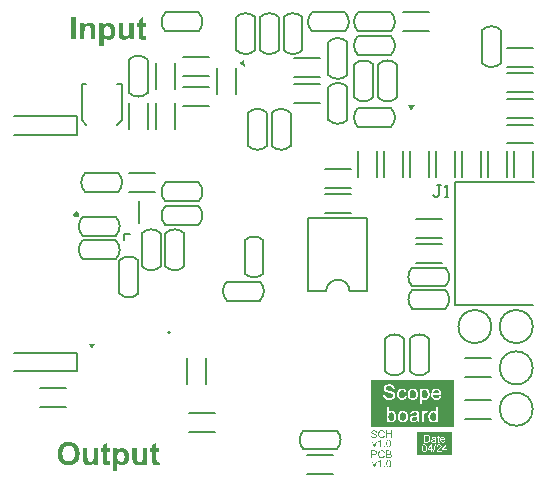
<source format=gto>
G04*
G04 #@! TF.GenerationSoftware,Altium Limited,Altium Designer,21.6.4 (81)*
G04*
G04 Layer_Color=65535*
%FSLAX44Y44*%
%MOMM*%
G71*
G04*
G04 #@! TF.SameCoordinates,D5C97574-E224-4ECB-8EF4-D48BC8F4BA3E*
G04*
G04*
G04 #@! TF.FilePolarity,Positive*
G04*
G01*
G75*
%ADD10C,0.1500*%
%ADD11C,0.2000*%
%ADD12C,0.1270*%
G36*
X70500Y110600D02*
X73000Y115600D01*
X68000D01*
X70500Y110600D01*
D02*
G37*
G36*
X55000Y225000D02*
Y224503D01*
X55381Y223584D01*
X56084Y222881D01*
X57003Y222500D01*
X57500D01*
D01*
X57997D01*
X58916Y222881D01*
X59619Y223584D01*
X60000Y224503D01*
Y225000D01*
Y225497D01*
X59619Y226416D01*
X58916Y227119D01*
X57997Y227500D01*
X57500D01*
D01*
X57003D01*
X56084Y227119D01*
X55381Y226416D01*
X55000Y225497D01*
Y225000D01*
D01*
D02*
G37*
G36*
X200000Y350000D02*
X199665Y355580D01*
X195335Y353080D01*
X200000Y350000D01*
D02*
G37*
G36*
X344000Y317500D02*
X338170Y317598D01*
X341170Y312402D01*
X344000Y317500D01*
D02*
G37*
G36*
X309801Y42209D02*
X309865D01*
X310041Y42190D01*
X310235Y42163D01*
X310439Y42116D01*
X310661Y42061D01*
X310864Y41987D01*
X310873D01*
X310892Y41978D01*
X310919Y41959D01*
X310956Y41941D01*
X311049Y41894D01*
X311169Y41811D01*
X311308Y41719D01*
X311446Y41599D01*
X311576Y41460D01*
X311696Y41303D01*
Y41294D01*
X311705Y41284D01*
X311724Y41256D01*
X311742Y41229D01*
X311789Y41136D01*
X311844Y41016D01*
X311909Y40868D01*
X311955Y40693D01*
X312001Y40508D01*
X312020Y40304D01*
X311206Y40240D01*
Y40249D01*
Y40267D01*
X311197Y40295D01*
X311188Y40341D01*
X311160Y40443D01*
X311123Y40582D01*
X311068Y40729D01*
X310984Y40877D01*
X310883Y41016D01*
X310753Y41146D01*
X310735Y41155D01*
X310688Y41192D01*
X310596Y41247D01*
X310476Y41303D01*
X310319Y41358D01*
X310134Y41414D01*
X309902Y41451D01*
X309644Y41460D01*
X309514D01*
X309459Y41451D01*
X309385Y41441D01*
X309218Y41423D01*
X309033Y41386D01*
X308848Y41340D01*
X308673Y41266D01*
X308599Y41220D01*
X308525Y41173D01*
X308506Y41164D01*
X308470Y41127D01*
X308414Y41062D01*
X308358Y40988D01*
X308294Y40887D01*
X308238Y40776D01*
X308201Y40646D01*
X308183Y40498D01*
Y40480D01*
Y40443D01*
X308192Y40378D01*
X308211Y40304D01*
X308238Y40212D01*
X308284Y40119D01*
X308340Y40027D01*
X308423Y39934D01*
X308433Y39925D01*
X308479Y39897D01*
X308516Y39870D01*
X308553Y39851D01*
X308608Y39823D01*
X308673Y39787D01*
X308756Y39759D01*
X308848Y39722D01*
X308950Y39685D01*
X309070Y39639D01*
X309200Y39602D01*
X309348Y39555D01*
X309514Y39518D01*
X309699Y39472D01*
X309708D01*
X309745Y39463D01*
X309801Y39454D01*
X309865Y39435D01*
X309949Y39417D01*
X310051Y39389D01*
X310152Y39361D01*
X310263Y39333D01*
X310504Y39269D01*
X310735Y39204D01*
X310846Y39167D01*
X310947Y39130D01*
X311040Y39102D01*
X311114Y39065D01*
X311123D01*
X311141Y39056D01*
X311169Y39038D01*
X311206Y39019D01*
X311308Y38964D01*
X311428Y38890D01*
X311567Y38788D01*
X311705Y38677D01*
X311835Y38547D01*
X311946Y38409D01*
X311955Y38390D01*
X311992Y38344D01*
X312029Y38261D01*
X312085Y38150D01*
X312131Y38021D01*
X312177Y37863D01*
X312205Y37688D01*
X312214Y37503D01*
Y37494D01*
Y37484D01*
Y37457D01*
Y37420D01*
X312195Y37318D01*
X312177Y37188D01*
X312140Y37041D01*
X312094Y36883D01*
X312020Y36717D01*
X311918Y36541D01*
Y36532D01*
X311909Y36523D01*
X311863Y36467D01*
X311798Y36384D01*
X311705Y36292D01*
X311585Y36181D01*
X311437Y36061D01*
X311271Y35949D01*
X311077Y35848D01*
X311068D01*
X311049Y35839D01*
X311021Y35829D01*
X310984Y35811D01*
X310929Y35792D01*
X310864Y35765D01*
X310716Y35728D01*
X310541Y35681D01*
X310328Y35635D01*
X310097Y35607D01*
X309847Y35598D01*
X309699D01*
X309625Y35607D01*
X309542D01*
X309450Y35617D01*
X309338Y35626D01*
X309107Y35663D01*
X308867Y35700D01*
X308627Y35765D01*
X308396Y35848D01*
X308386D01*
X308368Y35857D01*
X308340Y35876D01*
X308303Y35894D01*
X308192Y35949D01*
X308063Y36033D01*
X307915Y36144D01*
X307758Y36273D01*
X307610Y36430D01*
X307471Y36606D01*
Y36615D01*
X307452Y36634D01*
X307443Y36661D01*
X307416Y36698D01*
X307397Y36745D01*
X307369Y36800D01*
X307304Y36939D01*
X307240Y37115D01*
X307184Y37309D01*
X307147Y37531D01*
X307129Y37762D01*
X307924Y37836D01*
Y37826D01*
Y37817D01*
X307933Y37789D01*
Y37752D01*
X307952Y37669D01*
X307979Y37549D01*
X308016Y37429D01*
X308053Y37290D01*
X308118Y37161D01*
X308183Y37041D01*
X308192Y37031D01*
X308220Y36994D01*
X308266Y36930D01*
X308340Y36865D01*
X308433Y36782D01*
X308534Y36698D01*
X308673Y36615D01*
X308821Y36541D01*
X308830D01*
X308839Y36532D01*
X308867Y36523D01*
X308895Y36514D01*
X308987Y36486D01*
X309107Y36449D01*
X309255Y36412D01*
X309422Y36384D01*
X309607Y36366D01*
X309810Y36356D01*
X309893D01*
X309986Y36366D01*
X310097Y36375D01*
X310226Y36393D01*
X310374Y36412D01*
X310522Y36449D01*
X310661Y36495D01*
X310679Y36504D01*
X310725Y36523D01*
X310790Y36560D01*
X310873Y36597D01*
X310956Y36661D01*
X311049Y36726D01*
X311141Y36800D01*
X311215Y36893D01*
X311225Y36902D01*
X311243Y36939D01*
X311271Y36985D01*
X311308Y37059D01*
X311345Y37133D01*
X311373Y37225D01*
X311391Y37327D01*
X311400Y37438D01*
Y37447D01*
Y37494D01*
X311391Y37549D01*
X311382Y37623D01*
X311354Y37697D01*
X311326Y37789D01*
X311280Y37882D01*
X311215Y37965D01*
X311206Y37974D01*
X311178Y38002D01*
X311141Y38039D01*
X311077Y38094D01*
X311003Y38150D01*
X310901Y38215D01*
X310781Y38279D01*
X310642Y38335D01*
X310633Y38344D01*
X310587Y38353D01*
X310513Y38381D01*
X310466Y38390D01*
X310402Y38409D01*
X310337Y38437D01*
X310254Y38455D01*
X310161Y38483D01*
X310051Y38511D01*
X309939Y38538D01*
X309810Y38575D01*
X309662Y38612D01*
X309505Y38649D01*
X309496D01*
X309468Y38658D01*
X309422Y38668D01*
X309366Y38686D01*
X309292Y38705D01*
X309209Y38723D01*
X309024Y38779D01*
X308821Y38843D01*
X308608Y38908D01*
X308423Y38973D01*
X308340Y39010D01*
X308266Y39047D01*
X308257D01*
X308248Y39056D01*
X308192Y39093D01*
X308109Y39139D01*
X308016Y39213D01*
X307906Y39296D01*
X307794Y39398D01*
X307684Y39518D01*
X307591Y39648D01*
X307582Y39666D01*
X307554Y39713D01*
X307517Y39787D01*
X307480Y39879D01*
X307443Y39999D01*
X307406Y40138D01*
X307379Y40286D01*
X307369Y40443D01*
Y40452D01*
Y40461D01*
Y40489D01*
Y40526D01*
X307388Y40619D01*
X307406Y40739D01*
X307434Y40877D01*
X307480Y41035D01*
X307545Y41192D01*
X307637Y41349D01*
Y41358D01*
X307647Y41368D01*
X307693Y41423D01*
X307758Y41497D01*
X307841Y41589D01*
X307952Y41691D01*
X308090Y41802D01*
X308257Y41904D01*
X308442Y41996D01*
X308451D01*
X308470Y42005D01*
X308497Y42015D01*
X308534Y42033D01*
X308580Y42052D01*
X308645Y42070D01*
X308784Y42107D01*
X308960Y42144D01*
X309163Y42181D01*
X309375Y42209D01*
X309616Y42218D01*
X309736D01*
X309801Y42209D01*
D02*
G37*
G36*
X316301D02*
X316384Y42200D01*
X316485Y42190D01*
X316587Y42181D01*
X316707Y42153D01*
X316957Y42098D01*
X317234Y42015D01*
X317373Y41959D01*
X317502Y41894D01*
X317632Y41811D01*
X317761Y41728D01*
X317771Y41719D01*
X317789Y41709D01*
X317826Y41682D01*
X317872Y41636D01*
X317918Y41589D01*
X317983Y41525D01*
X318048Y41451D01*
X318122Y41377D01*
X318196Y41284D01*
X318270Y41173D01*
X318353Y41062D01*
X318427Y40942D01*
X318492Y40803D01*
X318566Y40665D01*
X318621Y40517D01*
X318677Y40350D01*
X317845Y40156D01*
Y40166D01*
X317835Y40184D01*
X317817Y40221D01*
X317798Y40267D01*
X317780Y40323D01*
X317752Y40397D01*
X317678Y40545D01*
X317586Y40711D01*
X317475Y40877D01*
X317336Y41035D01*
X317188Y41173D01*
X317170Y41192D01*
X317114Y41229D01*
X317022Y41275D01*
X316901Y41340D01*
X316744Y41395D01*
X316569Y41451D01*
X316356Y41488D01*
X316125Y41497D01*
X316051D01*
X316005Y41488D01*
X315940D01*
X315866Y41478D01*
X315690Y41451D01*
X315496Y41414D01*
X315293Y41349D01*
X315080Y41256D01*
X314886Y41136D01*
X314877D01*
X314867Y41118D01*
X314803Y41072D01*
X314720Y40998D01*
X314618Y40887D01*
X314498Y40748D01*
X314387Y40591D01*
X314285Y40397D01*
X314193Y40184D01*
Y40175D01*
X314183Y40156D01*
X314174Y40128D01*
X314165Y40082D01*
X314146Y40027D01*
X314128Y39962D01*
X314100Y39805D01*
X314063Y39620D01*
X314026Y39417D01*
X314008Y39195D01*
X313998Y38954D01*
Y38945D01*
Y38917D01*
Y38871D01*
Y38816D01*
X314008Y38751D01*
Y38668D01*
X314017Y38575D01*
X314026Y38474D01*
X314054Y38252D01*
X314100Y38011D01*
X314156Y37771D01*
X314230Y37531D01*
Y37521D01*
X314239Y37503D01*
X314257Y37475D01*
X314276Y37429D01*
X314331Y37318D01*
X314414Y37188D01*
X314516Y37041D01*
X314646Y36883D01*
X314793Y36745D01*
X314969Y36615D01*
X314978D01*
X314997Y36606D01*
X315025Y36588D01*
X315062Y36569D01*
X315108Y36551D01*
X315163Y36523D01*
X315293Y36467D01*
X315459Y36412D01*
X315644Y36366D01*
X315847Y36329D01*
X316060Y36319D01*
X316125D01*
X316180Y36329D01*
X316245D01*
X316310Y36338D01*
X316476Y36375D01*
X316670Y36421D01*
X316864Y36495D01*
X317068Y36597D01*
X317170Y36652D01*
X317262Y36726D01*
X317271Y36735D01*
X317281Y36745D01*
X317308Y36772D01*
X317345Y36800D01*
X317382Y36846D01*
X317428Y36902D01*
X317484Y36957D01*
X317530Y37031D01*
X317586Y37115D01*
X317650Y37207D01*
X317706Y37299D01*
X317761Y37410D01*
X317808Y37531D01*
X317854Y37660D01*
X317900Y37799D01*
X317937Y37947D01*
X318788Y37734D01*
Y37725D01*
X318778Y37688D01*
X318760Y37632D01*
X318732Y37558D01*
X318704Y37475D01*
X318667Y37373D01*
X318621Y37262D01*
X318566Y37142D01*
X318436Y36883D01*
X318270Y36625D01*
X318168Y36495D01*
X318066Y36366D01*
X317955Y36255D01*
X317826Y36144D01*
X317817Y36134D01*
X317798Y36116D01*
X317752Y36098D01*
X317706Y36061D01*
X317632Y36014D01*
X317558Y35968D01*
X317456Y35922D01*
X317355Y35876D01*
X317234Y35820D01*
X317105Y35774D01*
X316966Y35728D01*
X316818Y35681D01*
X316661Y35644D01*
X316495Y35626D01*
X316319Y35607D01*
X316134Y35598D01*
X316032D01*
X315958Y35607D01*
X315875D01*
X315774Y35617D01*
X315662Y35635D01*
X315533Y35654D01*
X315265Y35700D01*
X314988Y35774D01*
X314710Y35876D01*
X314581Y35940D01*
X314451Y36014D01*
X314442Y36023D01*
X314424Y36033D01*
X314387Y36061D01*
X314350Y36098D01*
X314294Y36134D01*
X314230Y36190D01*
X314156Y36255D01*
X314081Y36329D01*
X314008Y36412D01*
X313924Y36495D01*
X313758Y36708D01*
X313601Y36957D01*
X313462Y37235D01*
Y37244D01*
X313444Y37272D01*
X313434Y37318D01*
X313407Y37373D01*
X313388Y37447D01*
X313360Y37540D01*
X313323Y37641D01*
X313296Y37752D01*
X313268Y37873D01*
X313231Y38011D01*
X313185Y38298D01*
X313148Y38621D01*
X313129Y38954D01*
Y38964D01*
Y39001D01*
Y39056D01*
X313139Y39121D01*
Y39213D01*
X313148Y39306D01*
X313157Y39426D01*
X313176Y39546D01*
X313222Y39814D01*
X313286Y40110D01*
X313379Y40406D01*
X313508Y40693D01*
X313518Y40702D01*
X313527Y40729D01*
X313545Y40767D01*
X313582Y40813D01*
X313619Y40877D01*
X313666Y40951D01*
X313786Y41118D01*
X313943Y41303D01*
X314128Y41488D01*
X314340Y41673D01*
X314590Y41830D01*
X314599Y41839D01*
X314627Y41848D01*
X314664Y41867D01*
X314710Y41894D01*
X314784Y41922D01*
X314858Y41950D01*
X314951Y41987D01*
X315052Y42024D01*
X315163Y42061D01*
X315284Y42098D01*
X315542Y42153D01*
X315838Y42200D01*
X316143Y42218D01*
X316236D01*
X316301Y42209D01*
D02*
G37*
G36*
X324871Y35709D02*
X324021D01*
Y38723D01*
X320711D01*
Y35709D01*
X319860D01*
Y42107D01*
X320711D01*
Y39481D01*
X324021D01*
Y42107D01*
X324871D01*
Y35709D01*
D02*
G37*
G36*
X310305Y27893D02*
X309556D01*
X307808Y32534D01*
X308640D01*
X309639Y29751D01*
Y29742D01*
X309648Y29733D01*
X309657Y29705D01*
X309667Y29677D01*
X309694Y29585D01*
X309732Y29465D01*
X309778Y29326D01*
X309833Y29169D01*
X309879Y28993D01*
X309935Y28818D01*
X309944Y28836D01*
X309953Y28882D01*
X309981Y28956D01*
X310009Y29067D01*
X310055Y29187D01*
X310101Y29344D01*
X310166Y29511D01*
X310231Y29696D01*
X311257Y32534D01*
X312071D01*
X310305Y27893D01*
D02*
G37*
G36*
X318866D02*
X317969D01*
Y28790D01*
X318866D01*
Y27893D01*
D02*
G37*
G36*
X315510D02*
X314724D01*
Y32895D01*
X314715Y32885D01*
X314669Y32848D01*
X314613Y32793D01*
X314521Y32728D01*
X314419Y32645D01*
X314290Y32553D01*
X314142Y32451D01*
X313975Y32349D01*
X313966D01*
X313957Y32340D01*
X313901Y32303D01*
X313809Y32257D01*
X313698Y32201D01*
X313568Y32137D01*
X313430Y32072D01*
X313291Y32007D01*
X313152Y31952D01*
Y32710D01*
X313162D01*
X313180Y32728D01*
X313217Y32738D01*
X313263Y32765D01*
X313319Y32793D01*
X313384Y32830D01*
X313541Y32922D01*
X313726Y33024D01*
X313911Y33154D01*
X314105Y33302D01*
X314299Y33459D01*
X314308Y33468D01*
X314317Y33477D01*
X314345Y33505D01*
X314382Y33533D01*
X314465Y33625D01*
X314576Y33736D01*
X314687Y33866D01*
X314807Y34014D01*
X314909Y34161D01*
X315002Y34319D01*
X315510D01*
Y27893D01*
D02*
G37*
G36*
X322287Y34309D02*
X322407Y34291D01*
X322546Y34263D01*
X322694Y34226D01*
X322851Y34180D01*
X322999Y34106D01*
X323008D01*
X323017Y34097D01*
X323064Y34069D01*
X323138Y34023D01*
X323230Y33958D01*
X323332Y33866D01*
X323443Y33764D01*
X323544Y33644D01*
X323646Y33505D01*
X323655Y33486D01*
X323692Y33440D01*
X323729Y33357D01*
X323794Y33237D01*
X323849Y33098D01*
X323923Y32941D01*
X323988Y32756D01*
X324044Y32553D01*
Y32543D01*
X324053Y32525D01*
X324062Y32497D01*
X324071Y32451D01*
X324081Y32396D01*
X324090Y32331D01*
X324108Y32248D01*
X324118Y32155D01*
X324136Y32053D01*
X324145Y31943D01*
X324155Y31813D01*
X324173Y31684D01*
X324182Y31536D01*
Y31388D01*
X324192Y31221D01*
Y31046D01*
Y31036D01*
Y30999D01*
Y30935D01*
Y30861D01*
X324182Y30759D01*
Y30648D01*
X324173Y30528D01*
X324164Y30398D01*
X324136Y30103D01*
X324090Y29797D01*
X324034Y29502D01*
X323997Y29363D01*
X323951Y29224D01*
Y29215D01*
X323942Y29197D01*
X323923Y29160D01*
X323905Y29113D01*
X323886Y29049D01*
X323849Y28984D01*
X323776Y28827D01*
X323683Y28660D01*
X323563Y28475D01*
X323424Y28309D01*
X323258Y28152D01*
X323249D01*
X323239Y28133D01*
X323212Y28115D01*
X323175Y28096D01*
X323128Y28069D01*
X323082Y28032D01*
X322943Y27967D01*
X322777Y27902D01*
X322583Y27837D01*
X322352Y27801D01*
X322102Y27782D01*
X322010D01*
X321945Y27791D01*
X321871Y27801D01*
X321778Y27819D01*
X321677Y27837D01*
X321566Y27865D01*
X321455Y27902D01*
X321335Y27939D01*
X321214Y27995D01*
X321094Y28059D01*
X320974Y28133D01*
X320854Y28226D01*
X320743Y28328D01*
X320641Y28438D01*
X320632Y28448D01*
X320614Y28475D01*
X320586Y28522D01*
X320540Y28596D01*
X320493Y28679D01*
X320447Y28790D01*
X320382Y28919D01*
X320327Y29067D01*
X320271Y29234D01*
X320216Y29428D01*
X320160Y29640D01*
X320114Y29881D01*
X320068Y30140D01*
X320040Y30417D01*
X320022Y30722D01*
X320013Y31046D01*
Y31055D01*
Y31092D01*
Y31157D01*
Y31231D01*
X320022Y31332D01*
Y31443D01*
X320031Y31563D01*
X320040Y31702D01*
X320068Y31989D01*
X320114Y32294D01*
X320170Y32599D01*
X320207Y32738D01*
X320244Y32876D01*
Y32885D01*
X320253Y32904D01*
X320271Y32941D01*
X320290Y32987D01*
X320308Y33052D01*
X320345Y33117D01*
X320419Y33274D01*
X320512Y33440D01*
X320632Y33616D01*
X320771Y33792D01*
X320937Y33939D01*
X320946D01*
X320956Y33958D01*
X320983Y33977D01*
X321020Y33995D01*
X321067Y34032D01*
X321122Y34060D01*
X321261Y34134D01*
X321427Y34198D01*
X321621Y34263D01*
X321852Y34300D01*
X322102Y34319D01*
X322185D01*
X322287Y34309D01*
D02*
G37*
G36*
X85319Y387274D02*
X85514Y387246D01*
X85764Y387190D01*
X86041Y387135D01*
X86319Y387052D01*
X86652Y386968D01*
X86957Y386829D01*
X87318Y386691D01*
X87651Y386496D01*
X88012Y386274D01*
X88345Y386024D01*
X88679Y385719D01*
X89012Y385386D01*
X89039Y385358D01*
X89095Y385303D01*
X89178Y385191D01*
X89289Y385025D01*
X89400Y384858D01*
X89539Y384608D01*
X89706Y384331D01*
X89872Y384025D01*
X90011Y383665D01*
X90178Y383276D01*
X90316Y382832D01*
X90455Y382360D01*
X90539Y381832D01*
X90622Y381305D01*
X90677Y380694D01*
X90705Y380083D01*
Y380056D01*
Y379944D01*
Y379750D01*
X90677Y379500D01*
X90650Y379223D01*
X90622Y378890D01*
X90566Y378501D01*
X90483Y378112D01*
X90289Y377224D01*
X90150Y376780D01*
X89983Y376335D01*
X89789Y375891D01*
X89539Y375475D01*
X89289Y375058D01*
X88984Y374670D01*
X88956Y374642D01*
X88901Y374586D01*
X88817Y374503D01*
X88679Y374364D01*
X88512Y374226D01*
X88318Y374059D01*
X88096Y373892D01*
X87846Y373726D01*
X87540Y373531D01*
X87235Y373365D01*
X86541Y373060D01*
X86152Y372921D01*
X85736Y372837D01*
X85319Y372782D01*
X84875Y372754D01*
X84681D01*
X84459Y372782D01*
X84181Y372810D01*
X83848Y372865D01*
X83487Y372948D01*
X83126Y373060D01*
X82765Y373198D01*
X82737Y373226D01*
X82599Y373282D01*
X82432Y373420D01*
X82182Y373587D01*
X81877Y373781D01*
X81571Y374059D01*
X81210Y374392D01*
X80822Y374781D01*
Y367729D01*
X77129D01*
Y386996D01*
X80572D01*
Y384942D01*
X80600Y384997D01*
X80683Y385108D01*
X80850Y385303D01*
X81044Y385552D01*
X81294Y385830D01*
X81627Y386108D01*
X81960Y386385D01*
X82376Y386635D01*
X82432Y386663D01*
X82571Y386746D01*
X82821Y386857D01*
X83126Y386968D01*
X83487Y387079D01*
X83931Y387190D01*
X84403Y387274D01*
X84903Y387301D01*
X85125D01*
X85319Y387274D01*
D02*
G37*
G36*
X69217D02*
X69523Y387246D01*
X69856Y387190D01*
X70217Y387107D01*
X70605Y386996D01*
X70994Y386857D01*
X71049Y386829D01*
X71161Y386774D01*
X71355Y386691D01*
X71577Y386552D01*
X71827Y386385D01*
X72077Y386191D01*
X72327Y385969D01*
X72549Y385719D01*
X72576Y385691D01*
X72632Y385608D01*
X72715Y385469D01*
X72826Y385275D01*
X72965Y385053D01*
X73076Y384775D01*
X73187Y384497D01*
X73271Y384164D01*
Y384137D01*
X73298Y383998D01*
X73354Y383803D01*
X73382Y383526D01*
X73437Y383193D01*
X73465Y382748D01*
X73493Y382276D01*
Y381693D01*
Y373060D01*
X69800D01*
Y380139D01*
Y380167D01*
Y380250D01*
Y380361D01*
Y380500D01*
Y380694D01*
Y380888D01*
X69773Y381360D01*
X69745Y381832D01*
X69689Y382332D01*
X69634Y382748D01*
X69606Y382915D01*
X69550Y383054D01*
Y383082D01*
X69495Y383165D01*
X69439Y383276D01*
X69356Y383442D01*
X69106Y383776D01*
X68967Y383942D01*
X68773Y384081D01*
X68745Y384109D01*
X68690Y384137D01*
X68579Y384192D01*
X68412Y384275D01*
X68218Y384359D01*
X68023Y384414D01*
X67774Y384442D01*
X67496Y384470D01*
X67329D01*
X67163Y384442D01*
X66941Y384414D01*
X66663Y384331D01*
X66385Y384248D01*
X66080Y384109D01*
X65775Y383942D01*
X65747Y383914D01*
X65664Y383859D01*
X65525Y383720D01*
X65358Y383581D01*
X65192Y383359D01*
X65025Y383137D01*
X64858Y382832D01*
X64748Y382526D01*
Y382499D01*
X64692Y382360D01*
X64664Y382138D01*
X64609Y381805D01*
X64581Y381610D01*
X64553Y381360D01*
X64525Y381110D01*
Y380805D01*
X64498Y380500D01*
X64470Y380139D01*
Y379750D01*
Y379334D01*
Y373060D01*
X60778D01*
Y386996D01*
X64192D01*
Y384942D01*
X64220Y384969D01*
X64275Y385053D01*
X64387Y385164D01*
X64525Y385303D01*
X64692Y385497D01*
X64914Y385691D01*
X65164Y385913D01*
X65442Y386135D01*
X65747Y386330D01*
X66108Y386552D01*
X66469Y386746D01*
X66885Y386941D01*
X67329Y387079D01*
X67774Y387190D01*
X68273Y387274D01*
X68773Y387301D01*
X68967D01*
X69217Y387274D01*
D02*
G37*
G36*
X106252Y373060D02*
X102837D01*
Y375142D01*
X102809Y375086D01*
X102698Y374947D01*
X102532Y374753D01*
X102282Y374503D01*
X102004Y374198D01*
X101643Y373920D01*
X101255Y373615D01*
X100811Y373365D01*
X100755Y373337D01*
X100589Y373282D01*
X100339Y373171D01*
X100006Y373060D01*
X99617Y372948D01*
X99173Y372837D01*
X98701Y372782D01*
X98201Y372754D01*
X97951D01*
X97701Y372782D01*
X97368Y372837D01*
X96952Y372893D01*
X96535Y373004D01*
X96091Y373171D01*
X95675Y373365D01*
X95619Y373393D01*
X95508Y373476D01*
X95286Y373615D01*
X95064Y373809D01*
X94786Y374059D01*
X94536Y374337D01*
X94286Y374697D01*
X94064Y375086D01*
X94037Y375142D01*
X93981Y375280D01*
X93898Y375530D01*
X93814Y375891D01*
X93731Y376335D01*
X93648Y376863D01*
X93592Y377474D01*
X93565Y378168D01*
Y386996D01*
X97257D01*
Y380583D01*
Y380555D01*
Y380444D01*
Y380305D01*
Y380111D01*
Y379889D01*
Y379639D01*
X97285Y379056D01*
X97313Y378418D01*
X97340Y377835D01*
X97368Y377585D01*
X97396Y377335D01*
X97424Y377141D01*
X97451Y377002D01*
Y376974D01*
X97479Y376891D01*
X97535Y376780D01*
X97618Y376613D01*
X97701Y376446D01*
X97840Y376280D01*
X97979Y376113D01*
X98173Y375947D01*
X98201Y375919D01*
X98284Y375891D01*
X98395Y375836D01*
X98562Y375780D01*
X98756Y375697D01*
X99006Y375641D01*
X99256Y375614D01*
X99561Y375586D01*
X99728D01*
X99894Y375614D01*
X100117Y375641D01*
X100394Y375697D01*
X100672Y375808D01*
X100977Y375919D01*
X101255Y376086D01*
X101283Y376113D01*
X101366Y376169D01*
X101505Y376280D01*
X101671Y376446D01*
X101838Y376641D01*
X102004Y376835D01*
X102171Y377085D01*
X102282Y377363D01*
Y377390D01*
X102338Y377529D01*
Y377640D01*
X102365Y377779D01*
X102393Y377918D01*
X102421Y378112D01*
X102449Y378362D01*
X102476Y378612D01*
X102504Y378917D01*
Y379278D01*
X102532Y379667D01*
X102560Y380111D01*
Y380583D01*
Y381110D01*
Y386996D01*
X106252D01*
Y373060D01*
D02*
G37*
G36*
X57141D02*
X53254D01*
Y392271D01*
X57141D01*
Y373060D01*
D02*
G37*
G36*
X113914Y386996D02*
X116441D01*
Y384053D01*
X113914D01*
Y378418D01*
Y378390D01*
Y378334D01*
Y378251D01*
Y378140D01*
Y377862D01*
Y377529D01*
X113942Y377196D01*
Y376863D01*
Y376613D01*
X113970Y376502D01*
Y376446D01*
X113998Y376391D01*
X114053Y376280D01*
X114136Y376141D01*
X114303Y375975D01*
X114359Y375947D01*
X114470Y375891D01*
X114664Y375836D01*
X114914Y375808D01*
X115025D01*
X115136Y375836D01*
X115302Y375863D01*
X115525Y375891D01*
X115774Y375947D01*
X116080Y376030D01*
X116413Y376141D01*
X116746Y373282D01*
X116718D01*
X116691Y373254D01*
X116524Y373198D01*
X116246Y373115D01*
X115885Y373032D01*
X115469Y372921D01*
X114969Y372837D01*
X114414Y372782D01*
X113831Y372754D01*
X113665D01*
X113470Y372782D01*
X113220Y372810D01*
X112943Y372837D01*
X112637Y372893D01*
X112332Y372976D01*
X112027Y373087D01*
X111999Y373115D01*
X111888Y373143D01*
X111749Y373226D01*
X111582Y373309D01*
X111194Y373587D01*
X110999Y373754D01*
X110833Y373948D01*
X110805Y373976D01*
X110777Y374059D01*
X110722Y374170D01*
X110638Y374337D01*
X110555Y374531D01*
X110472Y374781D01*
X110389Y375058D01*
X110333Y375364D01*
Y375392D01*
X110305Y375503D01*
Y375669D01*
X110278Y375947D01*
X110250Y376308D01*
Y376752D01*
X110222Y377002D01*
Y377307D01*
Y377612D01*
Y377973D01*
Y384053D01*
X108528D01*
Y386996D01*
X110222D01*
Y389772D01*
X113914Y391938D01*
Y386996D01*
D02*
G37*
G36*
X316277Y25209D02*
X316361Y25199D01*
X316462Y25190D01*
X316564Y25181D01*
X316684Y25153D01*
X316934Y25098D01*
X317211Y25015D01*
X317350Y24959D01*
X317479Y24894D01*
X317609Y24811D01*
X317738Y24728D01*
X317747Y24719D01*
X317766Y24709D01*
X317803Y24682D01*
X317849Y24636D01*
X317895Y24589D01*
X317960Y24525D01*
X318025Y24451D01*
X318099Y24377D01*
X318173Y24284D01*
X318247Y24173D01*
X318330Y24062D01*
X318404Y23942D01*
X318469Y23804D01*
X318542Y23665D01*
X318598Y23517D01*
X318654Y23350D01*
X317821Y23156D01*
Y23166D01*
X317812Y23184D01*
X317794Y23221D01*
X317775Y23267D01*
X317757Y23323D01*
X317729Y23397D01*
X317655Y23545D01*
X317563Y23711D01*
X317452Y23877D01*
X317313Y24035D01*
X317165Y24173D01*
X317146Y24192D01*
X317091Y24229D01*
X316999Y24275D01*
X316878Y24340D01*
X316721Y24395D01*
X316546Y24451D01*
X316333Y24488D01*
X316102Y24497D01*
X316028D01*
X315982Y24488D01*
X315917D01*
X315843Y24478D01*
X315667Y24451D01*
X315473Y24414D01*
X315270Y24349D01*
X315057Y24256D01*
X314863Y24136D01*
X314853D01*
X314844Y24118D01*
X314780Y24072D01*
X314696Y23998D01*
X314595Y23887D01*
X314475Y23748D01*
X314363Y23591D01*
X314262Y23397D01*
X314169Y23184D01*
Y23175D01*
X314160Y23156D01*
X314151Y23128D01*
X314142Y23082D01*
X314123Y23027D01*
X314105Y22962D01*
X314077Y22805D01*
X314040Y22620D01*
X314003Y22417D01*
X313985Y22195D01*
X313975Y21954D01*
Y21945D01*
Y21917D01*
Y21871D01*
Y21816D01*
X313985Y21751D01*
Y21668D01*
X313994Y21575D01*
X314003Y21474D01*
X314031Y21252D01*
X314077Y21011D01*
X314132Y20771D01*
X314206Y20531D01*
Y20521D01*
X314216Y20503D01*
X314234Y20475D01*
X314253Y20429D01*
X314308Y20318D01*
X314391Y20188D01*
X314493Y20041D01*
X314622Y19883D01*
X314770Y19745D01*
X314946Y19615D01*
X314955D01*
X314974Y19606D01*
X315002Y19588D01*
X315039Y19569D01*
X315085Y19550D01*
X315140Y19523D01*
X315270Y19467D01*
X315436Y19412D01*
X315621Y19366D01*
X315824Y19329D01*
X316037Y19319D01*
X316102D01*
X316157Y19329D01*
X316222D01*
X316287Y19338D01*
X316453Y19375D01*
X316647Y19421D01*
X316841Y19495D01*
X317045Y19597D01*
X317146Y19652D01*
X317239Y19726D01*
X317248Y19735D01*
X317257Y19745D01*
X317285Y19772D01*
X317322Y19800D01*
X317359Y19846D01*
X317405Y19902D01*
X317461Y19957D01*
X317507Y20031D01*
X317563Y20115D01*
X317627Y20207D01*
X317683Y20299D01*
X317738Y20410D01*
X317784Y20531D01*
X317831Y20660D01*
X317877Y20799D01*
X317914Y20947D01*
X318764Y20734D01*
Y20725D01*
X318755Y20688D01*
X318737Y20632D01*
X318709Y20558D01*
X318681Y20475D01*
X318644Y20373D01*
X318598Y20262D01*
X318542Y20142D01*
X318413Y19883D01*
X318247Y19624D01*
X318145Y19495D01*
X318043Y19366D01*
X317932Y19255D01*
X317803Y19144D01*
X317794Y19134D01*
X317775Y19116D01*
X317729Y19097D01*
X317683Y19060D01*
X317609Y19014D01*
X317535Y18968D01*
X317433Y18922D01*
X317331Y18876D01*
X317211Y18820D01*
X317082Y18774D01*
X316943Y18728D01*
X316795Y18681D01*
X316638Y18644D01*
X316472Y18626D01*
X316296Y18607D01*
X316111Y18598D01*
X316009D01*
X315935Y18607D01*
X315852D01*
X315750Y18617D01*
X315639Y18635D01*
X315510Y18654D01*
X315242Y18700D01*
X314965Y18774D01*
X314687Y18876D01*
X314558Y18940D01*
X314428Y19014D01*
X314419Y19023D01*
X314401Y19033D01*
X314363Y19060D01*
X314326Y19097D01*
X314271Y19134D01*
X314206Y19190D01*
X314132Y19255D01*
X314058Y19329D01*
X313985Y19412D01*
X313901Y19495D01*
X313735Y19708D01*
X313578Y19957D01*
X313439Y20235D01*
Y20244D01*
X313421Y20272D01*
X313411Y20318D01*
X313384Y20373D01*
X313365Y20447D01*
X313337Y20540D01*
X313300Y20642D01*
X313273Y20752D01*
X313245Y20873D01*
X313208Y21011D01*
X313162Y21298D01*
X313125Y21621D01*
X313106Y21954D01*
Y21964D01*
Y22001D01*
Y22056D01*
X313115Y22121D01*
Y22213D01*
X313125Y22306D01*
X313134Y22426D01*
X313152Y22546D01*
X313199Y22814D01*
X313263Y23110D01*
X313356Y23406D01*
X313485Y23693D01*
X313494Y23702D01*
X313504Y23730D01*
X313522Y23767D01*
X313559Y23813D01*
X313596Y23877D01*
X313642Y23951D01*
X313763Y24118D01*
X313920Y24303D01*
X314105Y24488D01*
X314317Y24673D01*
X314567Y24830D01*
X314576Y24839D01*
X314604Y24848D01*
X314641Y24867D01*
X314687Y24894D01*
X314761Y24922D01*
X314835Y24950D01*
X314928Y24987D01*
X315029Y25024D01*
X315140Y25061D01*
X315260Y25098D01*
X315519Y25153D01*
X315815Y25199D01*
X316120Y25218D01*
X316213D01*
X316277Y25209D01*
D02*
G37*
G36*
X322352Y25098D02*
X322426D01*
X322592Y25079D01*
X322777Y25061D01*
X322971Y25024D01*
X323165Y24978D01*
X323341Y24913D01*
X323350D01*
X323359Y24904D01*
X323415Y24876D01*
X323498Y24830D01*
X323591Y24765D01*
X323702Y24682D01*
X323822Y24580D01*
X323933Y24451D01*
X324034Y24312D01*
X324044Y24293D01*
X324071Y24238D01*
X324118Y24164D01*
X324164Y24053D01*
X324210Y23924D01*
X324256Y23785D01*
X324284Y23628D01*
X324293Y23471D01*
Y23452D01*
Y23406D01*
X324284Y23323D01*
X324266Y23221D01*
X324238Y23101D01*
X324192Y22971D01*
X324136Y22842D01*
X324062Y22703D01*
X324053Y22685D01*
X324025Y22648D01*
X323970Y22574D01*
X323896Y22500D01*
X323803Y22407D01*
X323692Y22306D01*
X323554Y22213D01*
X323396Y22121D01*
X323406D01*
X323424Y22111D01*
X323452Y22102D01*
X323489Y22084D01*
X323600Y22047D01*
X323729Y21982D01*
X323868Y21899D01*
X324025Y21797D01*
X324164Y21677D01*
X324293Y21529D01*
X324303Y21511D01*
X324339Y21455D01*
X324395Y21372D01*
X324450Y21261D01*
X324506Y21113D01*
X324561Y20956D01*
X324598Y20771D01*
X324608Y20568D01*
Y20558D01*
Y20549D01*
Y20494D01*
X324598Y20401D01*
X324580Y20290D01*
X324561Y20161D01*
X324524Y20022D01*
X324478Y19874D01*
X324413Y19726D01*
X324404Y19708D01*
X324376Y19661D01*
X324339Y19597D01*
X324284Y19504D01*
X324210Y19412D01*
X324136Y19310D01*
X324044Y19208D01*
X323942Y19125D01*
X323933Y19116D01*
X323896Y19088D01*
X323831Y19051D01*
X323748Y19014D01*
X323646Y18959D01*
X323526Y18903D01*
X323396Y18857D01*
X323239Y18811D01*
X323221D01*
X323165Y18792D01*
X323073Y18783D01*
X322953Y18765D01*
X322805Y18746D01*
X322629Y18728D01*
X322435Y18718D01*
X322213Y18709D01*
X319772D01*
Y25107D01*
X322287D01*
X322352Y25098D01*
D02*
G37*
G36*
X310157D02*
X310314Y25089D01*
X310480Y25079D01*
X310638Y25061D01*
X310776Y25042D01*
X310795D01*
X310859Y25024D01*
X310943Y25005D01*
X311054Y24978D01*
X311174Y24931D01*
X311303Y24876D01*
X311442Y24811D01*
X311562Y24737D01*
X311581Y24728D01*
X311618Y24700D01*
X311673Y24645D01*
X311747Y24580D01*
X311830Y24497D01*
X311913Y24386D01*
X312006Y24266D01*
X312080Y24127D01*
X312089Y24109D01*
X312108Y24062D01*
X312145Y23979D01*
X312182Y23868D01*
X312209Y23739D01*
X312246Y23591D01*
X312265Y23424D01*
X312274Y23249D01*
Y23240D01*
Y23212D01*
Y23175D01*
X312265Y23110D01*
X312255Y23045D01*
X312246Y22962D01*
X312228Y22870D01*
X312209Y22768D01*
X312145Y22555D01*
X312108Y22444D01*
X312052Y22324D01*
X311987Y22204D01*
X311923Y22093D01*
X311840Y21982D01*
X311747Y21871D01*
X311738Y21862D01*
X311719Y21843D01*
X311692Y21816D01*
X311645Y21788D01*
X311590Y21742D01*
X311516Y21695D01*
X311423Y21640D01*
X311322Y21594D01*
X311201Y21538D01*
X311063Y21483D01*
X310915Y21437D01*
X310739Y21400D01*
X310554Y21363D01*
X310351Y21335D01*
X310120Y21316D01*
X309879Y21307D01*
X308243D01*
Y18709D01*
X307392D01*
Y25107D01*
X310018D01*
X310157Y25098D01*
D02*
G37*
G36*
X310305Y10893D02*
X309556D01*
X307808Y15534D01*
X308640D01*
X309639Y12751D01*
Y12742D01*
X309648Y12733D01*
X309657Y12705D01*
X309667Y12677D01*
X309694Y12585D01*
X309732Y12465D01*
X309778Y12326D01*
X309833Y12169D01*
X309879Y11993D01*
X309935Y11818D01*
X309944Y11836D01*
X309953Y11882D01*
X309981Y11956D01*
X310009Y12067D01*
X310055Y12187D01*
X310101Y12344D01*
X310166Y12511D01*
X310231Y12696D01*
X311257Y15534D01*
X312071D01*
X310305Y10893D01*
D02*
G37*
G36*
X318866D02*
X317969D01*
Y11790D01*
X318866D01*
Y10893D01*
D02*
G37*
G36*
X315510D02*
X314724D01*
Y15895D01*
X314715Y15885D01*
X314669Y15848D01*
X314613Y15793D01*
X314521Y15728D01*
X314419Y15645D01*
X314290Y15553D01*
X314142Y15451D01*
X313975Y15349D01*
X313966D01*
X313957Y15340D01*
X313901Y15303D01*
X313809Y15257D01*
X313698Y15201D01*
X313568Y15137D01*
X313430Y15072D01*
X313291Y15007D01*
X313152Y14952D01*
Y15710D01*
X313162D01*
X313180Y15728D01*
X313217Y15738D01*
X313263Y15765D01*
X313319Y15793D01*
X313384Y15830D01*
X313541Y15922D01*
X313726Y16024D01*
X313911Y16154D01*
X314105Y16302D01*
X314299Y16459D01*
X314308Y16468D01*
X314317Y16477D01*
X314345Y16505D01*
X314382Y16533D01*
X314465Y16625D01*
X314576Y16736D01*
X314687Y16866D01*
X314807Y17013D01*
X314909Y17161D01*
X315002Y17319D01*
X315510D01*
Y10893D01*
D02*
G37*
G36*
X322287Y17309D02*
X322407Y17291D01*
X322546Y17263D01*
X322694Y17226D01*
X322851Y17180D01*
X322999Y17106D01*
X323008D01*
X323017Y17097D01*
X323064Y17069D01*
X323138Y17023D01*
X323230Y16958D01*
X323332Y16866D01*
X323443Y16764D01*
X323544Y16644D01*
X323646Y16505D01*
X323655Y16487D01*
X323692Y16440D01*
X323729Y16357D01*
X323794Y16237D01*
X323849Y16098D01*
X323923Y15941D01*
X323988Y15756D01*
X324044Y15553D01*
Y15543D01*
X324053Y15525D01*
X324062Y15497D01*
X324071Y15451D01*
X324081Y15395D01*
X324090Y15331D01*
X324108Y15248D01*
X324118Y15155D01*
X324136Y15053D01*
X324145Y14943D01*
X324155Y14813D01*
X324173Y14684D01*
X324182Y14536D01*
Y14388D01*
X324192Y14221D01*
Y14046D01*
Y14036D01*
Y13999D01*
Y13935D01*
Y13861D01*
X324182Y13759D01*
Y13648D01*
X324173Y13528D01*
X324164Y13398D01*
X324136Y13103D01*
X324090Y12797D01*
X324034Y12502D01*
X323997Y12363D01*
X323951Y12224D01*
Y12215D01*
X323942Y12197D01*
X323923Y12160D01*
X323905Y12113D01*
X323886Y12049D01*
X323849Y11984D01*
X323776Y11827D01*
X323683Y11660D01*
X323563Y11475D01*
X323424Y11309D01*
X323258Y11152D01*
X323249D01*
X323239Y11133D01*
X323212Y11115D01*
X323175Y11096D01*
X323128Y11069D01*
X323082Y11032D01*
X322943Y10967D01*
X322777Y10902D01*
X322583Y10837D01*
X322352Y10800D01*
X322102Y10782D01*
X322010D01*
X321945Y10791D01*
X321871Y10800D01*
X321778Y10819D01*
X321677Y10837D01*
X321566Y10865D01*
X321455Y10902D01*
X321335Y10939D01*
X321214Y10995D01*
X321094Y11059D01*
X320974Y11133D01*
X320854Y11226D01*
X320743Y11327D01*
X320641Y11438D01*
X320632Y11448D01*
X320614Y11475D01*
X320586Y11522D01*
X320540Y11596D01*
X320493Y11679D01*
X320447Y11790D01*
X320382Y11919D01*
X320327Y12067D01*
X320271Y12234D01*
X320216Y12428D01*
X320160Y12640D01*
X320114Y12881D01*
X320068Y13140D01*
X320040Y13417D01*
X320022Y13722D01*
X320013Y14046D01*
Y14055D01*
Y14092D01*
Y14157D01*
Y14231D01*
X320022Y14332D01*
Y14443D01*
X320031Y14563D01*
X320040Y14702D01*
X320068Y14989D01*
X320114Y15294D01*
X320170Y15599D01*
X320207Y15738D01*
X320244Y15876D01*
Y15885D01*
X320253Y15904D01*
X320271Y15941D01*
X320290Y15987D01*
X320308Y16052D01*
X320345Y16117D01*
X320419Y16274D01*
X320512Y16440D01*
X320632Y16616D01*
X320771Y16792D01*
X320937Y16940D01*
X320946D01*
X320956Y16958D01*
X320983Y16976D01*
X321020Y16995D01*
X321067Y17032D01*
X321122Y17060D01*
X321261Y17134D01*
X321427Y17198D01*
X321621Y17263D01*
X321852Y17300D01*
X322102Y17319D01*
X322185D01*
X322287Y17309D01*
D02*
G37*
G36*
X377000Y64495D02*
Y45000D01*
X307000D01*
Y64495D01*
Y85000D01*
X377000D01*
Y64495D01*
D02*
G37*
G36*
X96827Y27093D02*
X97021Y27065D01*
X97271Y27010D01*
X97549Y26955D01*
X97826Y26871D01*
X98159Y26788D01*
X98465Y26649D01*
X98826Y26510D01*
X99159Y26316D01*
X99520Y26094D01*
X99853Y25844D01*
X100186Y25539D01*
X100519Y25205D01*
X100547Y25178D01*
X100602Y25122D01*
X100686Y25011D01*
X100797Y24845D01*
X100908Y24678D01*
X101047Y24428D01*
X101213Y24151D01*
X101380Y23845D01*
X101518Y23484D01*
X101685Y23096D01*
X101824Y22651D01*
X101963Y22179D01*
X102046Y21652D01*
X102129Y21124D01*
X102185Y20514D01*
X102213Y19903D01*
Y19875D01*
Y19764D01*
Y19570D01*
X102185Y19320D01*
X102157Y19042D01*
X102129Y18709D01*
X102074Y18320D01*
X101990Y17932D01*
X101796Y17043D01*
X101657Y16599D01*
X101491Y16155D01*
X101296Y15711D01*
X101047Y15294D01*
X100797Y14878D01*
X100491Y14489D01*
X100464Y14461D01*
X100408Y14406D01*
X100325Y14323D01*
X100186Y14184D01*
X100019Y14045D01*
X99825Y13879D01*
X99603Y13712D01*
X99353Y13545D01*
X99048Y13351D01*
X98742Y13184D01*
X98048Y12879D01*
X97660Y12740D01*
X97243Y12657D01*
X96827Y12601D01*
X96383Y12574D01*
X96188D01*
X95966Y12601D01*
X95688Y12629D01*
X95355Y12685D01*
X94994Y12768D01*
X94634Y12879D01*
X94273Y13018D01*
X94245Y13046D01*
X94106Y13101D01*
X93939Y13240D01*
X93690Y13406D01*
X93384Y13601D01*
X93079Y13879D01*
X92718Y14212D01*
X92329Y14600D01*
Y7549D01*
X88637D01*
Y26816D01*
X92079D01*
Y24761D01*
X92107Y24817D01*
X92190Y24928D01*
X92357Y25122D01*
X92551Y25372D01*
X92801Y25650D01*
X93134Y25927D01*
X93468Y26205D01*
X93884Y26455D01*
X93939Y26483D01*
X94078Y26566D01*
X94328Y26677D01*
X94634Y26788D01*
X94994Y26899D01*
X95439Y27010D01*
X95911Y27093D01*
X96410Y27121D01*
X96632D01*
X96827Y27093D01*
D02*
G37*
G36*
X117759Y12879D02*
X114345D01*
Y14961D01*
X114317Y14906D01*
X114206Y14767D01*
X114039Y14572D01*
X113789Y14323D01*
X113512Y14017D01*
X113151Y13740D01*
X112762Y13434D01*
X112318Y13184D01*
X112262Y13157D01*
X112096Y13101D01*
X111846Y12990D01*
X111513Y12879D01*
X111124Y12768D01*
X110680Y12657D01*
X110208Y12601D01*
X109708Y12574D01*
X109459D01*
X109209Y12601D01*
X108876Y12657D01*
X108459Y12712D01*
X108043Y12823D01*
X107598Y12990D01*
X107182Y13184D01*
X107127Y13212D01*
X107015Y13296D01*
X106793Y13434D01*
X106571Y13629D01*
X106294Y13879D01*
X106044Y14156D01*
X105794Y14517D01*
X105572Y14906D01*
X105544Y14961D01*
X105489Y15100D01*
X105405Y15350D01*
X105322Y15711D01*
X105239Y16155D01*
X105155Y16682D01*
X105100Y17293D01*
X105072Y17987D01*
Y26816D01*
X108764D01*
Y20403D01*
Y20375D01*
Y20264D01*
Y20125D01*
Y19931D01*
Y19708D01*
Y19459D01*
X108792Y18876D01*
X108820Y18237D01*
X108848Y17654D01*
X108876Y17404D01*
X108903Y17154D01*
X108931Y16960D01*
X108959Y16821D01*
Y16794D01*
X108987Y16710D01*
X109042Y16599D01*
X109125Y16433D01*
X109209Y16266D01*
X109347Y16099D01*
X109486Y15933D01*
X109681Y15766D01*
X109708Y15739D01*
X109792Y15711D01*
X109903Y15655D01*
X110069Y15600D01*
X110264Y15516D01*
X110513Y15461D01*
X110763Y15433D01*
X111069Y15405D01*
X111235D01*
X111402Y15433D01*
X111624Y15461D01*
X111902Y15516D01*
X112179Y15627D01*
X112485Y15739D01*
X112762Y15905D01*
X112790Y15933D01*
X112873Y15988D01*
X113012Y16099D01*
X113179Y16266D01*
X113345Y16460D01*
X113512Y16655D01*
X113678Y16904D01*
X113789Y17182D01*
Y17210D01*
X113845Y17349D01*
Y17460D01*
X113873Y17599D01*
X113900Y17737D01*
X113928Y17932D01*
X113956Y18182D01*
X113984Y18432D01*
X114011Y18737D01*
Y19098D01*
X114039Y19486D01*
X114067Y19931D01*
Y20403D01*
Y20930D01*
Y26816D01*
X117759D01*
Y12879D01*
D02*
G37*
G36*
X76005D02*
X72590D01*
Y14961D01*
X72562Y14906D01*
X72452Y14767D01*
X72285Y14572D01*
X72035Y14323D01*
X71757Y14017D01*
X71396Y13740D01*
X71008Y13434D01*
X70564Y13184D01*
X70508Y13157D01*
X70342Y13101D01*
X70092Y12990D01*
X69759Y12879D01*
X69370Y12768D01*
X68926Y12657D01*
X68454Y12601D01*
X67954Y12574D01*
X67704D01*
X67454Y12601D01*
X67121Y12657D01*
X66705Y12712D01*
X66288Y12823D01*
X65844Y12990D01*
X65428Y13184D01*
X65372Y13212D01*
X65261Y13296D01*
X65039Y13434D01*
X64817Y13629D01*
X64539Y13879D01*
X64289Y14156D01*
X64040Y14517D01*
X63817Y14906D01*
X63790Y14961D01*
X63734Y15100D01*
X63651Y15350D01*
X63568Y15711D01*
X63484Y16155D01*
X63401Y16682D01*
X63345Y17293D01*
X63318Y17987D01*
Y26816D01*
X67010D01*
Y20403D01*
Y20375D01*
Y20264D01*
Y20125D01*
Y19931D01*
Y19708D01*
Y19459D01*
X67038Y18876D01*
X67066Y18237D01*
X67093Y17654D01*
X67121Y17404D01*
X67149Y17154D01*
X67177Y16960D01*
X67204Y16821D01*
Y16794D01*
X67232Y16710D01*
X67288Y16599D01*
X67371Y16433D01*
X67454Y16266D01*
X67593Y16099D01*
X67732Y15933D01*
X67926Y15766D01*
X67954Y15739D01*
X68037Y15711D01*
X68148Y15655D01*
X68315Y15600D01*
X68509Y15516D01*
X68759Y15461D01*
X69009Y15433D01*
X69314Y15405D01*
X69481D01*
X69647Y15433D01*
X69870Y15461D01*
X70147Y15516D01*
X70425Y15627D01*
X70730Y15739D01*
X71008Y15905D01*
X71036Y15933D01*
X71119Y15988D01*
X71258Y16099D01*
X71424Y16266D01*
X71591Y16460D01*
X71757Y16655D01*
X71924Y16904D01*
X72035Y17182D01*
Y17210D01*
X72091Y17349D01*
Y17460D01*
X72118Y17599D01*
X72146Y17737D01*
X72174Y17932D01*
X72202Y18182D01*
X72229Y18432D01*
X72257Y18737D01*
Y19098D01*
X72285Y19486D01*
X72313Y19931D01*
Y20403D01*
Y20930D01*
Y26816D01*
X76005D01*
Y12879D01*
D02*
G37*
G36*
X125422Y26816D02*
X127948D01*
Y23873D01*
X125422D01*
Y18237D01*
Y18209D01*
Y18154D01*
Y18071D01*
Y17960D01*
Y17682D01*
Y17349D01*
X125449Y17016D01*
Y16682D01*
Y16433D01*
X125477Y16322D01*
Y16266D01*
X125505Y16211D01*
X125561Y16099D01*
X125644Y15961D01*
X125810Y15794D01*
X125866Y15766D01*
X125977Y15711D01*
X126171Y15655D01*
X126421Y15627D01*
X126532D01*
X126643Y15655D01*
X126810Y15683D01*
X127032Y15711D01*
X127282Y15766D01*
X127587Y15850D01*
X127920Y15961D01*
X128253Y13101D01*
X128226D01*
X128198Y13073D01*
X128031Y13018D01*
X127754Y12934D01*
X127393Y12851D01*
X126976Y12740D01*
X126477Y12657D01*
X125921Y12601D01*
X125338Y12574D01*
X125172D01*
X124978Y12601D01*
X124728Y12629D01*
X124450Y12657D01*
X124145Y12712D01*
X123839Y12796D01*
X123534Y12907D01*
X123506Y12934D01*
X123395Y12962D01*
X123256Y13046D01*
X123090Y13129D01*
X122701Y13406D01*
X122507Y13573D01*
X122340Y13767D01*
X122312Y13795D01*
X122285Y13879D01*
X122229Y13989D01*
X122146Y14156D01*
X122063Y14350D01*
X121979Y14600D01*
X121896Y14878D01*
X121840Y15183D01*
Y15211D01*
X121813Y15322D01*
Y15489D01*
X121785Y15766D01*
X121757Y16127D01*
Y16571D01*
X121729Y16821D01*
Y17127D01*
Y17432D01*
Y17793D01*
Y23873D01*
X120036D01*
Y26816D01*
X121729D01*
Y29592D01*
X125422Y31757D01*
Y26816D01*
D02*
G37*
G36*
X83667D02*
X86194D01*
Y23873D01*
X83667D01*
Y18237D01*
Y18209D01*
Y18154D01*
Y18071D01*
Y17960D01*
Y17682D01*
Y17349D01*
X83695Y17016D01*
Y16682D01*
Y16433D01*
X83723Y16322D01*
Y16266D01*
X83751Y16211D01*
X83806Y16099D01*
X83890Y15961D01*
X84056Y15794D01*
X84112Y15766D01*
X84223Y15711D01*
X84417Y15655D01*
X84667Y15627D01*
X84778D01*
X84889Y15655D01*
X85056Y15683D01*
X85278Y15711D01*
X85527Y15766D01*
X85833Y15850D01*
X86166Y15961D01*
X86499Y13101D01*
X86471D01*
X86444Y13073D01*
X86277Y13018D01*
X85999Y12934D01*
X85639Y12851D01*
X85222Y12740D01*
X84722Y12657D01*
X84167Y12601D01*
X83584Y12574D01*
X83418D01*
X83223Y12601D01*
X82973Y12629D01*
X82696Y12657D01*
X82390Y12712D01*
X82085Y12796D01*
X81780Y12907D01*
X81752Y12934D01*
X81641Y12962D01*
X81502Y13046D01*
X81335Y13129D01*
X80947Y13406D01*
X80752Y13573D01*
X80586Y13767D01*
X80558Y13795D01*
X80530Y13879D01*
X80475Y13989D01*
X80392Y14156D01*
X80308Y14350D01*
X80225Y14600D01*
X80142Y14878D01*
X80086Y15183D01*
Y15211D01*
X80058Y15322D01*
Y15489D01*
X80031Y15766D01*
X80003Y16127D01*
Y16571D01*
X79975Y16821D01*
Y17127D01*
Y17432D01*
Y17793D01*
Y23873D01*
X78282D01*
Y26816D01*
X79975D01*
Y29592D01*
X83667Y31757D01*
Y26816D01*
D02*
G37*
G36*
X51435Y32424D02*
X51713D01*
X52074Y32368D01*
X52491Y32313D01*
X52962Y32229D01*
X53462Y32118D01*
X53990Y31979D01*
X54545Y31813D01*
X55100Y31591D01*
X55683Y31341D01*
X56238Y31035D01*
X56794Y30675D01*
X57321Y30258D01*
X57821Y29786D01*
X57849Y29758D01*
X57932Y29675D01*
X58071Y29509D01*
X58210Y29314D01*
X58404Y29037D01*
X58626Y28703D01*
X58848Y28315D01*
X59098Y27871D01*
X59348Y27399D01*
X59570Y26843D01*
X59792Y26233D01*
X59986Y25594D01*
X60153Y24872D01*
X60264Y24123D01*
X60347Y23318D01*
X60375Y22457D01*
Y22401D01*
Y22263D01*
X60347Y22013D01*
Y21680D01*
X60292Y21291D01*
X60236Y20847D01*
X60153Y20319D01*
X60070Y19792D01*
X59931Y19209D01*
X59764Y18598D01*
X59542Y17987D01*
X59292Y17377D01*
X59015Y16794D01*
X58654Y16211D01*
X58265Y15655D01*
X57821Y15128D01*
X57793Y15100D01*
X57710Y15017D01*
X57571Y14878D01*
X57349Y14711D01*
X57099Y14517D01*
X56794Y14295D01*
X56433Y14073D01*
X56044Y13823D01*
X55572Y13573D01*
X55072Y13351D01*
X54517Y13129D01*
X53906Y12934D01*
X53268Y12768D01*
X52574Y12629D01*
X51852Y12546D01*
X51075Y12518D01*
X50880D01*
X50658Y12546D01*
X50381Y12574D01*
X50020Y12601D01*
X49603Y12657D01*
X49131Y12740D01*
X48632Y12851D01*
X48076Y12990D01*
X47549Y13157D01*
X46966Y13379D01*
X46410Y13629D01*
X45827Y13906D01*
X45300Y14267D01*
X44773Y14656D01*
X44273Y15128D01*
X44245Y15156D01*
X44162Y15239D01*
X44051Y15405D01*
X43884Y15600D01*
X43690Y15877D01*
X43468Y16211D01*
X43246Y16571D01*
X43024Y17016D01*
X42774Y17487D01*
X42552Y18043D01*
X42330Y18626D01*
X42135Y19264D01*
X41969Y19958D01*
X41858Y20708D01*
X41774Y21513D01*
X41747Y22346D01*
Y22374D01*
Y22485D01*
Y22624D01*
X41774Y22846D01*
Y23096D01*
X41802Y23373D01*
X41830Y23706D01*
X41858Y24067D01*
X41969Y24845D01*
X42107Y25677D01*
X42330Y26510D01*
X42607Y27288D01*
Y27315D01*
X42635Y27343D01*
X42690Y27426D01*
X42718Y27538D01*
X42885Y27815D01*
X43079Y28176D01*
X43329Y28592D01*
X43634Y29009D01*
X43995Y29481D01*
X44384Y29925D01*
X44412Y29953D01*
X44439Y29980D01*
X44578Y30119D01*
X44828Y30341D01*
X45134Y30591D01*
X45494Y30869D01*
X45911Y31174D01*
X46383Y31452D01*
X46883Y31674D01*
X46910D01*
X46966Y31702D01*
X47077Y31757D01*
X47216Y31785D01*
X47382Y31868D01*
X47577Y31924D01*
X47826Y31979D01*
X48076Y32063D01*
X48687Y32201D01*
X49381Y32340D01*
X50186Y32424D01*
X51019Y32451D01*
X51213D01*
X51435Y32424D01*
D02*
G37*
G36*
X376000Y31700D02*
Y21000D01*
X346000D01*
Y31700D01*
Y41000D01*
X376000D01*
Y31700D01*
D02*
G37*
%LPC*%
G36*
X322093Y33671D02*
X322037D01*
X322000Y33662D01*
X321899Y33644D01*
X321778Y33616D01*
X321640Y33561D01*
X321492Y33477D01*
X321418Y33422D01*
X321344Y33366D01*
X321279Y33292D01*
X321214Y33209D01*
Y33200D01*
X321196Y33181D01*
X321177Y33144D01*
X321150Y33098D01*
X321122Y33024D01*
X321085Y32941D01*
X321057Y32839D01*
X321020Y32719D01*
X320983Y32580D01*
X320946Y32423D01*
X320909Y32248D01*
X320882Y32053D01*
X320854Y31832D01*
X320835Y31591D01*
X320826Y31332D01*
X320817Y31046D01*
Y31027D01*
Y30981D01*
Y30898D01*
X320826Y30787D01*
Y30667D01*
X320835Y30519D01*
X320845Y30361D01*
X320863Y30195D01*
X320909Y29834D01*
X320937Y29659D01*
X320974Y29492D01*
X321011Y29335D01*
X321067Y29187D01*
X321122Y29058D01*
X321187Y28947D01*
Y28938D01*
X321205Y28928D01*
X321251Y28864D01*
X321335Y28781D01*
X321436Y28688D01*
X321575Y28596D01*
X321732Y28512D01*
X321908Y28448D01*
X322000Y28438D01*
X322102Y28429D01*
X322158D01*
X322195Y28438D01*
X322287Y28457D01*
X322416Y28494D01*
X322555Y28559D01*
X322712Y28651D01*
X322786Y28707D01*
X322860Y28781D01*
X322934Y28854D01*
X323008Y28947D01*
Y28956D01*
X323027Y28975D01*
X323045Y29002D01*
X323064Y29049D01*
X323101Y29113D01*
X323128Y29197D01*
X323165Y29289D01*
X323202Y29400D01*
X323230Y29539D01*
X323267Y29687D01*
X323304Y29862D01*
X323332Y30047D01*
X323350Y30269D01*
X323369Y30500D01*
X323387Y30759D01*
Y31046D01*
Y31055D01*
Y31064D01*
Y31110D01*
Y31194D01*
X323378Y31305D01*
Y31425D01*
X323369Y31573D01*
X323359Y31730D01*
X323341Y31906D01*
X323295Y32257D01*
X323267Y32432D01*
X323230Y32599D01*
X323193Y32756D01*
X323138Y32904D01*
X323082Y33033D01*
X323017Y33144D01*
Y33154D01*
X322999Y33163D01*
X322980Y33191D01*
X322953Y33228D01*
X322869Y33311D01*
X322768Y33412D01*
X322629Y33505D01*
X322472Y33588D01*
X322389Y33625D01*
X322296Y33653D01*
X322195Y33662D01*
X322093Y33671D01*
D02*
G37*
G36*
X83876Y384386D02*
X83820D01*
X83654Y384359D01*
X83404Y384331D01*
X83098Y384248D01*
X82737Y384137D01*
X82349Y383942D01*
X81988Y383692D01*
X81627Y383331D01*
X81599Y383276D01*
X81488Y383137D01*
X81349Y382887D01*
X81210Y382554D01*
X81044Y382110D01*
X80905Y381582D01*
X80794Y380972D01*
X80766Y380250D01*
Y380222D01*
Y380139D01*
Y380028D01*
X80794Y379861D01*
Y379667D01*
X80822Y379445D01*
X80877Y378945D01*
X80988Y378362D01*
X81155Y377779D01*
X81377Y377252D01*
X81516Y377002D01*
X81682Y376780D01*
X81738Y376724D01*
X81849Y376613D01*
X82043Y376419D01*
X82321Y376224D01*
X82626Y376030D01*
X83015Y375836D01*
X83459Y375725D01*
X83931Y375669D01*
X83987D01*
X84153Y375697D01*
X84375Y375725D01*
X84681Y375808D01*
X85014Y375919D01*
X85375Y376113D01*
X85736Y376363D01*
X86069Y376696D01*
X86097Y376752D01*
X86208Y376891D01*
X86347Y377141D01*
X86513Y377501D01*
X86569Y377724D01*
X86652Y377973D01*
X86735Y378251D01*
X86791Y378556D01*
X86846Y378890D01*
X86902Y379250D01*
X86930Y379639D01*
Y380056D01*
Y380083D01*
Y380167D01*
Y380278D01*
Y380416D01*
X86902Y380611D01*
X86874Y380805D01*
X86818Y381277D01*
X86707Y381805D01*
X86569Y382360D01*
X86347Y382859D01*
X86041Y383304D01*
X86013Y383359D01*
X85875Y383470D01*
X85680Y383637D01*
X85430Y383859D01*
X85125Y384053D01*
X84764Y384220D01*
X84348Y384331D01*
X83876Y384386D01*
D02*
G37*
G36*
X322139Y24349D02*
X320623D01*
Y22426D01*
X322195D01*
X322315Y22435D01*
X322444Y22444D01*
X322574Y22454D01*
X322703Y22472D01*
X322805Y22491D01*
X322823Y22500D01*
X322860Y22509D01*
X322916Y22537D01*
X322990Y22574D01*
X323064Y22611D01*
X323147Y22666D01*
X323230Y22740D01*
X323295Y22814D01*
X323304Y22823D01*
X323322Y22851D01*
X323350Y22907D01*
X323378Y22971D01*
X323406Y23045D01*
X323433Y23138D01*
X323452Y23249D01*
X323461Y23369D01*
Y23387D01*
Y23424D01*
X323452Y23480D01*
X323443Y23554D01*
X323424Y23646D01*
X323396Y23739D01*
X323359Y23831D01*
X323304Y23924D01*
X323295Y23933D01*
X323276Y23961D01*
X323239Y24007D01*
X323193Y24053D01*
X323128Y24109D01*
X323054Y24164D01*
X322962Y24220D01*
X322860Y24256D01*
X322851D01*
X322805Y24275D01*
X322740Y24284D01*
X322638Y24303D01*
X322500Y24321D01*
X322342Y24330D01*
X322139Y24349D01*
D02*
G37*
G36*
X322305Y21668D02*
X320623D01*
Y19467D01*
X322444D01*
X322638Y19476D01*
X322722Y19486D01*
X322795Y19495D01*
X322805D01*
X322842Y19504D01*
X322897Y19513D01*
X322962Y19532D01*
X323119Y19588D01*
X323276Y19661D01*
X323285Y19671D01*
X323313Y19689D01*
X323350Y19717D01*
X323396Y19754D01*
X323443Y19809D01*
X323507Y19865D01*
X323554Y19939D01*
X323609Y20022D01*
X323618Y20031D01*
X323628Y20059D01*
X323646Y20115D01*
X323674Y20179D01*
X323702Y20253D01*
X323720Y20346D01*
X323729Y20457D01*
X323739Y20568D01*
Y20586D01*
Y20623D01*
X323729Y20697D01*
X323711Y20780D01*
X323692Y20873D01*
X323655Y20974D01*
X323609Y21076D01*
X323544Y21178D01*
X323535Y21187D01*
X323507Y21224D01*
X323470Y21270D01*
X323415Y21326D01*
X323341Y21390D01*
X323249Y21455D01*
X323147Y21511D01*
X323027Y21557D01*
X323008Y21566D01*
X322971Y21575D01*
X322888Y21594D01*
X322786Y21612D01*
X322657Y21631D01*
X322500Y21649D01*
X322305Y21668D01*
D02*
G37*
G36*
X310074Y24349D02*
X308243D01*
Y22065D01*
X309963D01*
X310027Y22074D01*
X310092D01*
X310166Y22084D01*
X310342Y22102D01*
X310536Y22139D01*
X310730Y22195D01*
X310906Y22269D01*
X310989Y22315D01*
X311054Y22370D01*
X311072Y22389D01*
X311109Y22426D01*
X311165Y22500D01*
X311229Y22592D01*
X311294Y22713D01*
X311350Y22860D01*
X311386Y23027D01*
X311405Y23221D01*
Y23230D01*
Y23240D01*
Y23286D01*
X311396Y23369D01*
X311377Y23461D01*
X311359Y23563D01*
X311322Y23683D01*
X311266Y23794D01*
X311201Y23905D01*
X311192Y23914D01*
X311165Y23951D01*
X311118Y23998D01*
X311063Y24062D01*
X310980Y24127D01*
X310887Y24183D01*
X310786Y24238D01*
X310665Y24284D01*
X310656D01*
X310619Y24293D01*
X310564Y24303D01*
X310490Y24321D01*
X310379Y24330D01*
X310240Y24340D01*
X310074Y24349D01*
D02*
G37*
G36*
X322093Y16671D02*
X322037D01*
X322000Y16662D01*
X321899Y16644D01*
X321778Y16616D01*
X321640Y16560D01*
X321492Y16477D01*
X321418Y16422D01*
X321344Y16366D01*
X321279Y16292D01*
X321214Y16209D01*
Y16200D01*
X321196Y16181D01*
X321177Y16144D01*
X321150Y16098D01*
X321122Y16024D01*
X321085Y15941D01*
X321057Y15839D01*
X321020Y15719D01*
X320983Y15580D01*
X320946Y15423D01*
X320909Y15248D01*
X320882Y15053D01*
X320854Y14832D01*
X320835Y14591D01*
X320826Y14332D01*
X320817Y14046D01*
Y14027D01*
Y13981D01*
Y13898D01*
X320826Y13787D01*
Y13667D01*
X320835Y13519D01*
X320845Y13362D01*
X320863Y13195D01*
X320909Y12835D01*
X320937Y12659D01*
X320974Y12492D01*
X321011Y12335D01*
X321067Y12187D01*
X321122Y12058D01*
X321187Y11947D01*
Y11938D01*
X321205Y11928D01*
X321251Y11864D01*
X321335Y11781D01*
X321436Y11688D01*
X321575Y11596D01*
X321732Y11512D01*
X321908Y11448D01*
X322000Y11438D01*
X322102Y11429D01*
X322158D01*
X322195Y11438D01*
X322287Y11457D01*
X322416Y11494D01*
X322555Y11559D01*
X322712Y11651D01*
X322786Y11707D01*
X322860Y11781D01*
X322934Y11854D01*
X323008Y11947D01*
Y11956D01*
X323027Y11975D01*
X323045Y12002D01*
X323064Y12049D01*
X323101Y12113D01*
X323128Y12197D01*
X323165Y12289D01*
X323202Y12400D01*
X323230Y12539D01*
X323267Y12687D01*
X323304Y12862D01*
X323332Y13047D01*
X323350Y13269D01*
X323369Y13500D01*
X323387Y13759D01*
Y14046D01*
Y14055D01*
Y14064D01*
Y14110D01*
Y14194D01*
X323378Y14304D01*
Y14425D01*
X323369Y14573D01*
X323359Y14730D01*
X323341Y14906D01*
X323295Y15257D01*
X323267Y15432D01*
X323230Y15599D01*
X323193Y15756D01*
X323138Y15904D01*
X323082Y16033D01*
X323017Y16144D01*
Y16154D01*
X322999Y16163D01*
X322980Y16191D01*
X322953Y16228D01*
X322869Y16311D01*
X322768Y16413D01*
X322629Y16505D01*
X322472Y16588D01*
X322389Y16625D01*
X322296Y16653D01*
X322195Y16662D01*
X322093Y16671D01*
D02*
G37*
G36*
X322604Y81085D02*
X322363D01*
X321882Y81067D01*
X321456Y81011D01*
X321049Y80937D01*
X320697Y80863D01*
X320419Y80789D01*
X320289Y80752D01*
X320197Y80715D01*
X320123Y80678D01*
X320067Y80660D01*
X320030Y80641D01*
X320012D01*
X319641Y80456D01*
X319308Y80252D01*
X319030Y80030D01*
X318808Y79826D01*
X318641Y79641D01*
X318512Y79493D01*
X318419Y79382D01*
X318401Y79363D01*
Y79345D01*
X318215Y79030D01*
X318086Y78715D01*
X317993Y78401D01*
X317938Y78123D01*
X317901Y77882D01*
X317864Y77697D01*
Y77623D01*
Y77567D01*
Y77549D01*
Y77530D01*
X317882Y77215D01*
X317938Y76919D01*
X318012Y76641D01*
X318086Y76401D01*
X318160Y76216D01*
X318234Y76067D01*
X318290Y75975D01*
X318308Y75938D01*
X318493Y75679D01*
X318715Y75438D01*
X318938Y75234D01*
X319160Y75068D01*
X319345Y74919D01*
X319512Y74827D01*
X319623Y74753D01*
X319641Y74734D01*
X319660D01*
X319808Y74660D01*
X319974Y74586D01*
X320345Y74456D01*
X320771Y74327D01*
X321178Y74197D01*
X321548Y74086D01*
X321715Y74049D01*
X321863Y74012D01*
X321974Y73975D01*
X322067Y73956D01*
X322122Y73938D01*
X322141D01*
X322456Y73864D01*
X322752Y73790D01*
X323011Y73716D01*
X323233Y73660D01*
X323456Y73605D01*
X323641Y73549D01*
X323807Y73512D01*
X323937Y73457D01*
X324067Y73419D01*
X324159Y73401D01*
X324307Y73345D01*
X324400Y73327D01*
X324418Y73308D01*
X324696Y73197D01*
X324937Y73068D01*
X325141Y72938D01*
X325289Y72827D01*
X325418Y72716D01*
X325493Y72642D01*
X325548Y72586D01*
X325566Y72568D01*
X325696Y72401D01*
X325789Y72216D01*
X325844Y72031D01*
X325900Y71883D01*
X325918Y71734D01*
X325937Y71623D01*
Y71531D01*
Y71512D01*
X325918Y71290D01*
X325881Y71086D01*
X325826Y70901D01*
X325752Y70753D01*
X325678Y70605D01*
X325622Y70512D01*
X325585Y70438D01*
X325566Y70420D01*
X325418Y70235D01*
X325233Y70086D01*
X325048Y69957D01*
X324881Y69827D01*
X324715Y69753D01*
X324585Y69679D01*
X324493Y69642D01*
X324455Y69624D01*
X324178Y69531D01*
X323881Y69457D01*
X323585Y69420D01*
X323326Y69383D01*
X323104Y69364D01*
X322919Y69346D01*
X322752D01*
X322345Y69364D01*
X321974Y69401D01*
X321641Y69457D01*
X321345Y69531D01*
X321104Y69605D01*
X320919Y69661D01*
X320863Y69679D01*
X320808Y69698D01*
X320789Y69716D01*
X320771D01*
X320475Y69864D01*
X320197Y70031D01*
X319993Y70198D01*
X319808Y70364D01*
X319660Y70494D01*
X319567Y70623D01*
X319512Y70698D01*
X319493Y70716D01*
X319363Y70957D01*
X319234Y71216D01*
X319160Y71494D01*
X319086Y71734D01*
X319030Y71975D01*
X318993Y72142D01*
Y72216D01*
X318975Y72271D01*
Y72290D01*
Y72309D01*
X317382Y72160D01*
X317419Y71698D01*
X317493Y71253D01*
X317604Y70864D01*
X317734Y70512D01*
X317864Y70235D01*
X317919Y70124D01*
X317956Y70031D01*
X318012Y69957D01*
X318030Y69901D01*
X318067Y69864D01*
Y69846D01*
X318345Y69494D01*
X318641Y69179D01*
X318956Y68920D01*
X319252Y68698D01*
X319512Y68531D01*
X319734Y68420D01*
X319808Y68383D01*
X319863Y68346D01*
X319900Y68327D01*
X319919D01*
X320382Y68161D01*
X320863Y68031D01*
X321345Y67957D01*
X321808Y67883D01*
X322030Y67864D01*
X322215Y67846D01*
X322382D01*
X322530Y67828D01*
X322826D01*
X323326Y67846D01*
X323789Y67902D01*
X324215Y67994D01*
X324567Y68087D01*
X324863Y68161D01*
X324992Y68216D01*
X325104Y68253D01*
X325178Y68290D01*
X325233Y68309D01*
X325270Y68327D01*
X325289D01*
X325678Y68531D01*
X326011Y68753D01*
X326307Y68994D01*
X326548Y69216D01*
X326733Y69401D01*
X326863Y69568D01*
X326955Y69679D01*
X326974Y69698D01*
Y69716D01*
X327178Y70068D01*
X327326Y70401D01*
X327418Y70716D01*
X327492Y71012D01*
X327529Y71272D01*
X327566Y71475D01*
Y71642D01*
X327548Y72012D01*
X327492Y72364D01*
X327400Y72679D01*
X327307Y72938D01*
X327196Y73160D01*
X327122Y73327D01*
X327048Y73419D01*
X327029Y73457D01*
X326807Y73734D01*
X326548Y73994D01*
X326270Y74216D01*
X325992Y74419D01*
X325752Y74567D01*
X325548Y74679D01*
X325474Y74716D01*
X325418Y74753D01*
X325381Y74771D01*
X325363D01*
X325215Y74845D01*
X325030Y74901D01*
X324826Y74975D01*
X324604Y75049D01*
X324141Y75179D01*
X323659Y75308D01*
X323437Y75364D01*
X323233Y75419D01*
X323030Y75475D01*
X322863Y75512D01*
X322733Y75549D01*
X322622Y75567D01*
X322548Y75586D01*
X322530D01*
X322160Y75679D01*
X321826Y75753D01*
X321530Y75845D01*
X321271Y75919D01*
X321030Y76012D01*
X320826Y76086D01*
X320641Y76160D01*
X320475Y76216D01*
X320345Y76290D01*
X320234Y76345D01*
X320160Y76382D01*
X320086Y76438D01*
X319993Y76493D01*
X319974Y76512D01*
X319808Y76697D01*
X319697Y76882D01*
X319604Y77067D01*
X319549Y77252D01*
X319512Y77401D01*
X319493Y77530D01*
Y77604D01*
Y77641D01*
X319530Y77938D01*
X319604Y78197D01*
X319715Y78419D01*
X319845Y78623D01*
X319956Y78771D01*
X320067Y78900D01*
X320141Y78974D01*
X320178Y78993D01*
X320326Y79086D01*
X320475Y79178D01*
X320826Y79326D01*
X321197Y79419D01*
X321567Y79493D01*
X321900Y79530D01*
X322048Y79549D01*
X322160Y79567D01*
X322419D01*
X322937Y79549D01*
X323400Y79474D01*
X323770Y79363D01*
X324085Y79252D01*
X324326Y79141D01*
X324511Y79030D01*
X324604Y78956D01*
X324641Y78938D01*
X324900Y78678D01*
X325104Y78401D01*
X325270Y78104D01*
X325381Y77808D01*
X325455Y77530D01*
X325511Y77326D01*
X325530Y77234D01*
X325548Y77178D01*
Y77141D01*
Y77123D01*
X327178Y77252D01*
X327140Y77660D01*
X327048Y78030D01*
X326955Y78382D01*
X326826Y78678D01*
X326715Y78919D01*
X326622Y79104D01*
X326585Y79160D01*
X326548Y79215D01*
X326529Y79234D01*
Y79252D01*
X326289Y79567D01*
X326029Y79845D01*
X325752Y80085D01*
X325474Y80271D01*
X325233Y80437D01*
X325048Y80530D01*
X324974Y80567D01*
X324919Y80604D01*
X324881Y80623D01*
X324863D01*
X324455Y80771D01*
X324011Y80882D01*
X323604Y80974D01*
X323215Y81030D01*
X322863Y81067D01*
X322733D01*
X322604Y81085D01*
D02*
G37*
G36*
X352934Y77549D02*
X352730D01*
X352397Y77530D01*
X352101Y77493D01*
X351842Y77438D01*
X351619Y77364D01*
X351434Y77290D01*
X351286Y77234D01*
X351212Y77197D01*
X351175Y77178D01*
X350953Y77030D01*
X350731Y76864D01*
X350545Y76697D01*
X350379Y76512D01*
X350231Y76364D01*
X350138Y76234D01*
X350064Y76160D01*
X350046Y76123D01*
Y77345D01*
X348620D01*
Y64495D01*
X350194D01*
Y69013D01*
X350342Y68827D01*
X350508Y68661D01*
X350694Y68513D01*
X350842Y68401D01*
X350990Y68290D01*
X351101Y68216D01*
X351194Y68179D01*
X351212Y68161D01*
X351453Y68050D01*
X351693Y67976D01*
X351934Y67920D01*
X352156Y67883D01*
X352341Y67864D01*
X352490Y67846D01*
X352619D01*
X353008Y67864D01*
X353397Y67939D01*
X353730Y68031D01*
X354045Y68142D01*
X354304Y68253D01*
X354490Y68346D01*
X354563Y68383D01*
X354619Y68420D01*
X354638Y68439D01*
X354656D01*
X355008Y68698D01*
X355304Y68976D01*
X355563Y69253D01*
X355767Y69531D01*
X355934Y69790D01*
X356063Y69994D01*
X356100Y70068D01*
X356137Y70124D01*
X356156Y70161D01*
Y70179D01*
X356323Y70623D01*
X356452Y71068D01*
X356545Y71494D01*
X356619Y71901D01*
X356656Y72235D01*
Y72383D01*
X356674Y72512D01*
Y72753D01*
X356656Y73234D01*
X356600Y73697D01*
X356526Y74105D01*
X356434Y74475D01*
X356341Y74771D01*
X356304Y74901D01*
X356267Y75012D01*
X356230Y75086D01*
X356212Y75142D01*
X356193Y75179D01*
Y75197D01*
X356008Y75586D01*
X355786Y75938D01*
X355563Y76234D01*
X355341Y76475D01*
X355137Y76660D01*
X354971Y76808D01*
X354860Y76882D01*
X354841Y76919D01*
X354823D01*
X354471Y77123D01*
X354119Y77290D01*
X353767Y77401D01*
X353434Y77475D01*
X353156Y77512D01*
X353027Y77530D01*
X352934Y77549D01*
D02*
G37*
G36*
X333603D02*
X333455D01*
X333010Y77530D01*
X332603Y77456D01*
X332214Y77364D01*
X331899Y77271D01*
X331622Y77160D01*
X331510Y77104D01*
X331418Y77067D01*
X331344Y77030D01*
X331288Y76993D01*
X331251Y76975D01*
X331233D01*
X330881Y76753D01*
X330566Y76475D01*
X330307Y76197D01*
X330085Y75919D01*
X329918Y75679D01*
X329807Y75475D01*
X329770Y75401D01*
X329733Y75345D01*
X329714Y75308D01*
Y75290D01*
X329548Y74845D01*
X329436Y74401D01*
X329344Y73956D01*
X329288Y73549D01*
X329270Y73364D01*
X329251Y73197D01*
Y73049D01*
X329233Y72920D01*
Y72660D01*
X329251Y72235D01*
X329288Y71846D01*
X329344Y71457D01*
X329418Y71123D01*
X329492Y70790D01*
X329603Y70512D01*
X329696Y70235D01*
X329807Y69994D01*
X329918Y69790D01*
X330010Y69605D01*
X330122Y69438D01*
X330196Y69309D01*
X330270Y69216D01*
X330325Y69142D01*
X330362Y69105D01*
X330381Y69087D01*
X330603Y68864D01*
X330844Y68679D01*
X331085Y68513D01*
X331344Y68365D01*
X331603Y68253D01*
X331844Y68142D01*
X332344Y67994D01*
X332566Y67957D01*
X332770Y67920D01*
X332955Y67883D01*
X333121Y67864D01*
X333251Y67846D01*
X333436D01*
X333714Y67864D01*
X333992Y67883D01*
X334473Y67994D01*
X334917Y68124D01*
X335288Y68290D01*
X335436Y68383D01*
X335584Y68457D01*
X335714Y68531D01*
X335806Y68605D01*
X335880Y68661D01*
X335936Y68698D01*
X335973Y68716D01*
X335991Y68735D01*
X336176Y68920D01*
X336343Y69105D01*
X336640Y69513D01*
X336880Y69938D01*
X337047Y70327D01*
X337176Y70698D01*
X337214Y70846D01*
X337251Y70994D01*
X337269Y71105D01*
X337287Y71179D01*
X337306Y71235D01*
Y71253D01*
X335751Y71457D01*
X335677Y71049D01*
X335565Y70679D01*
X335417Y70383D01*
X335288Y70142D01*
X335158Y69938D01*
X335047Y69809D01*
X334991Y69716D01*
X334954Y69698D01*
X334714Y69513D01*
X334454Y69383D01*
X334195Y69272D01*
X333955Y69216D01*
X333751Y69179D01*
X333566Y69161D01*
X333455Y69142D01*
X333418D01*
X333214Y69161D01*
X333010Y69179D01*
X332640Y69272D01*
X332325Y69401D01*
X332047Y69568D01*
X331844Y69716D01*
X331677Y69846D01*
X331584Y69938D01*
X331547Y69975D01*
X331418Y70142D01*
X331307Y70346D01*
X331140Y70753D01*
X331010Y71216D01*
X330936Y71660D01*
X330881Y72068D01*
X330862Y72235D01*
Y72401D01*
X330844Y72512D01*
Y72623D01*
Y72679D01*
Y72697D01*
Y73031D01*
X330881Y73345D01*
X330918Y73642D01*
X330955Y73901D01*
X331010Y74142D01*
X331085Y74364D01*
X331140Y74567D01*
X331214Y74753D01*
X331288Y74901D01*
X331344Y75030D01*
X331418Y75142D01*
X331473Y75234D01*
X331510Y75308D01*
X331547Y75364D01*
X331584Y75382D01*
Y75401D01*
X331733Y75549D01*
X331881Y75679D01*
X332196Y75901D01*
X332529Y76049D01*
X332825Y76142D01*
X333103Y76216D01*
X333307Y76234D01*
X333399Y76253D01*
X333510D01*
X333788Y76234D01*
X334047Y76178D01*
X334269Y76104D01*
X334473Y76012D01*
X334621Y75919D01*
X334751Y75845D01*
X334825Y75790D01*
X334843Y75771D01*
X335028Y75586D01*
X335195Y75364D01*
X335343Y75123D01*
X335436Y74901D01*
X335528Y74697D01*
X335584Y74531D01*
X335602Y74419D01*
X335621Y74401D01*
Y74382D01*
X337158Y74623D01*
X337028Y75123D01*
X336843Y75549D01*
X336640Y75919D01*
X336436Y76216D01*
X336232Y76456D01*
X336065Y76623D01*
X335954Y76734D01*
X335936Y76771D01*
X335917D01*
X335528Y77030D01*
X335121Y77215D01*
X334714Y77364D01*
X334325Y77456D01*
X333973Y77512D01*
X333825Y77530D01*
X333714D01*
X333603Y77549D01*
D02*
G37*
G36*
X362563D02*
X362378D01*
X362026Y77530D01*
X361692Y77493D01*
X361378Y77438D01*
X361081Y77345D01*
X360804Y77252D01*
X360544Y77141D01*
X360304Y77030D01*
X360100Y76901D01*
X359896Y76789D01*
X359730Y76660D01*
X359581Y76549D01*
X359470Y76456D01*
X359378Y76364D01*
X359304Y76308D01*
X359267Y76271D01*
X359248Y76253D01*
X359044Y75993D01*
X358859Y75716D01*
X358693Y75438D01*
X358545Y75142D01*
X358433Y74827D01*
X358341Y74531D01*
X358193Y73938D01*
X358137Y73679D01*
X358100Y73419D01*
X358082Y73197D01*
X358063Y72994D01*
X358045Y72827D01*
Y72605D01*
X358063Y72197D01*
X358100Y71809D01*
X358156Y71438D01*
X358230Y71105D01*
X358322Y70790D01*
X358415Y70494D01*
X358526Y70235D01*
X358637Y69994D01*
X358748Y69790D01*
X358859Y69605D01*
X358952Y69457D01*
X359044Y69327D01*
X359119Y69216D01*
X359174Y69142D01*
X359211Y69105D01*
X359230Y69087D01*
X359470Y68864D01*
X359711Y68679D01*
X359970Y68513D01*
X360248Y68365D01*
X360507Y68253D01*
X360785Y68142D01*
X361304Y67994D01*
X361544Y67957D01*
X361767Y67920D01*
X361970Y67883D01*
X362137Y67864D01*
X362266Y67846D01*
X362470D01*
X363044Y67883D01*
X363563Y67976D01*
X364025Y68087D01*
X364211Y68161D01*
X364396Y68235D01*
X364562Y68309D01*
X364711Y68383D01*
X364822Y68439D01*
X364933Y68494D01*
X365007Y68550D01*
X365062Y68587D01*
X365099Y68624D01*
X365118D01*
X365488Y68957D01*
X365785Y69309D01*
X366044Y69679D01*
X366229Y70031D01*
X366377Y70346D01*
X366433Y70494D01*
X366488Y70605D01*
X366525Y70716D01*
X366544Y70790D01*
X366562Y70827D01*
Y70846D01*
X364933Y71049D01*
X364785Y70698D01*
X364618Y70401D01*
X364451Y70142D01*
X364303Y69938D01*
X364174Y69790D01*
X364062Y69679D01*
X363970Y69605D01*
X363951Y69587D01*
X363711Y69438D01*
X363470Y69327D01*
X363211Y69253D01*
X362989Y69198D01*
X362785Y69161D01*
X362618Y69142D01*
X362470D01*
X362248Y69161D01*
X362044Y69179D01*
X361674Y69272D01*
X361341Y69401D01*
X361044Y69549D01*
X360822Y69679D01*
X360656Y69809D01*
X360544Y69901D01*
X360526Y69938D01*
X360507D01*
X360248Y70272D01*
X360044Y70642D01*
X359896Y71049D01*
X359785Y71420D01*
X359730Y71753D01*
X359693Y71901D01*
X359674Y72031D01*
Y72142D01*
X359656Y72216D01*
Y72271D01*
Y72290D01*
X366599D01*
X366618Y72475D01*
Y72697D01*
X366599Y73123D01*
X366562Y73512D01*
X366507Y73882D01*
X366433Y74234D01*
X366340Y74549D01*
X366247Y74845D01*
X366136Y75104D01*
X366025Y75345D01*
X365914Y75567D01*
X365803Y75753D01*
X365710Y75901D01*
X365618Y76030D01*
X365544Y76142D01*
X365488Y76216D01*
X365451Y76253D01*
X365433Y76271D01*
X365211Y76493D01*
X364970Y76697D01*
X364711Y76864D01*
X364451Y77012D01*
X364192Y77141D01*
X363951Y77234D01*
X363692Y77326D01*
X363470Y77382D01*
X363229Y77438D01*
X363026Y77475D01*
X362840Y77512D01*
X362692Y77530D01*
X362563Y77549D01*
D02*
G37*
G36*
X342602D02*
X342417D01*
X342102Y77530D01*
X341806Y77512D01*
X341232Y77382D01*
X340732Y77215D01*
X340509Y77123D01*
X340306Y77030D01*
X340121Y76938D01*
X339972Y76845D01*
X339824Y76753D01*
X339713Y76678D01*
X339621Y76604D01*
X339547Y76549D01*
X339510Y76530D01*
X339491Y76512D01*
X339232Y76271D01*
X339028Y75993D01*
X338824Y75697D01*
X338676Y75401D01*
X338528Y75086D01*
X338417Y74753D01*
X338325Y74438D01*
X338250Y74142D01*
X338176Y73845D01*
X338139Y73586D01*
X338102Y73327D01*
X338084Y73123D01*
Y72938D01*
X338065Y72808D01*
Y72697D01*
X338084Y72271D01*
X338121Y71864D01*
X338176Y71494D01*
X338250Y71142D01*
X338343Y70827D01*
X338436Y70531D01*
X338547Y70253D01*
X338658Y70012D01*
X338769Y69790D01*
X338880Y69605D01*
X338973Y69457D01*
X339065Y69327D01*
X339139Y69216D01*
X339195Y69142D01*
X339232Y69105D01*
X339250Y69087D01*
X339491Y68864D01*
X339732Y68679D01*
X339991Y68513D01*
X340250Y68365D01*
X340509Y68253D01*
X340787Y68142D01*
X341287Y67994D01*
X341509Y67957D01*
X341731Y67920D01*
X341917Y67883D01*
X342083Y67864D01*
X342231Y67846D01*
X342417D01*
X342861Y67864D01*
X343268Y67939D01*
X343657Y68031D01*
X343972Y68124D01*
X344250Y68235D01*
X344361Y68272D01*
X344454Y68309D01*
X344546Y68346D01*
X344602Y68383D01*
X344620Y68401D01*
X344639D01*
X345009Y68642D01*
X345324Y68902D01*
X345602Y69161D01*
X345824Y69420D01*
X345990Y69642D01*
X346120Y69827D01*
X346157Y69901D01*
X346194Y69957D01*
X346213Y69975D01*
Y69994D01*
X346398Y70420D01*
X346527Y70883D01*
X346638Y71346D01*
X346694Y71809D01*
X346731Y72012D01*
Y72197D01*
X346749Y72383D01*
X346768Y72531D01*
Y72827D01*
X346749Y73234D01*
X346712Y73605D01*
X346657Y73956D01*
X346583Y74290D01*
X346490Y74605D01*
X346379Y74882D01*
X346268Y75160D01*
X346157Y75382D01*
X346046Y75586D01*
X345935Y75771D01*
X345824Y75938D01*
X345731Y76067D01*
X345657Y76160D01*
X345602Y76234D01*
X345564Y76271D01*
X345546Y76290D01*
X345305Y76512D01*
X345065Y76697D01*
X344805Y76882D01*
X344546Y77012D01*
X344287Y77141D01*
X344028Y77234D01*
X343528Y77401D01*
X343287Y77438D01*
X343083Y77475D01*
X342898Y77512D01*
X342731Y77530D01*
X342602Y77549D01*
D02*
G37*
G36*
X363674Y61932D02*
X362100D01*
Y57340D01*
X361933Y57543D01*
X361748Y57710D01*
X361581Y57877D01*
X361396Y58006D01*
X361248Y58099D01*
X361137Y58191D01*
X361063Y58229D01*
X361026Y58247D01*
X360785Y58377D01*
X360526Y58469D01*
X360267Y58525D01*
X360026Y58580D01*
X359822Y58599D01*
X359674Y58617D01*
X359526D01*
X359119Y58599D01*
X358730Y58525D01*
X358378Y58432D01*
X358082Y58321D01*
X357822Y58191D01*
X357637Y58099D01*
X357563Y58062D01*
X357508Y58025D01*
X357489Y58006D01*
X357471D01*
X357137Y57766D01*
X356860Y57469D01*
X356619Y57192D01*
X356434Y56914D01*
X356286Y56655D01*
X356175Y56451D01*
X356137Y56377D01*
X356100Y56321D01*
X356082Y56284D01*
Y56266D01*
X355934Y55840D01*
X355823Y55395D01*
X355730Y54970D01*
X355675Y54581D01*
X355638Y54247D01*
Y54099D01*
X355619Y53988D01*
Y53748D01*
X355638Y53229D01*
X355693Y52748D01*
X355786Y52322D01*
X355878Y51951D01*
X355915Y51785D01*
X355952Y51655D01*
X356008Y51526D01*
X356045Y51414D01*
X356082Y51340D01*
X356100Y51285D01*
X356119Y51248D01*
Y51229D01*
X356323Y50840D01*
X356563Y50507D01*
X356804Y50211D01*
X357045Y49970D01*
X357248Y49785D01*
X357415Y49637D01*
X357526Y49563D01*
X357545Y49526D01*
X357563D01*
X357915Y49322D01*
X358267Y49174D01*
X358619Y49063D01*
X358933Y48989D01*
X359193Y48952D01*
X359415Y48933D01*
X359489Y48915D01*
X359600D01*
X359915Y48933D01*
X360211Y48970D01*
X360489Y49044D01*
X360730Y49137D01*
X360970Y49229D01*
X361193Y49341D01*
X361378Y49470D01*
X361544Y49600D01*
X361711Y49729D01*
X361841Y49859D01*
X361952Y49970D01*
X362044Y50063D01*
X362118Y50155D01*
X362174Y50229D01*
X362192Y50266D01*
X362211Y50285D01*
Y49118D01*
X363674D01*
Y61932D01*
D02*
G37*
G36*
X353786Y58617D02*
X353656D01*
X353452Y58599D01*
X353267Y58562D01*
X353082Y58506D01*
X352934Y58451D01*
X352823Y58395D01*
X352712Y58340D01*
X352656Y58303D01*
X352638Y58284D01*
X352471Y58136D01*
X352304Y57951D01*
X352138Y57729D01*
X351990Y57525D01*
X351842Y57321D01*
X351749Y57154D01*
X351675Y57025D01*
X351656Y57006D01*
Y58414D01*
X350231D01*
Y49118D01*
X351805D01*
Y53970D01*
X351823Y54340D01*
X351842Y54673D01*
X351879Y54988D01*
X351934Y55266D01*
X351990Y55488D01*
X352027Y55655D01*
X352045Y55766D01*
X352064Y55803D01*
X352138Y56006D01*
X352230Y56173D01*
X352323Y56321D01*
X352416Y56451D01*
X352508Y56543D01*
X352564Y56617D01*
X352619Y56655D01*
X352638Y56673D01*
X352786Y56784D01*
X352953Y56858D01*
X353119Y56914D01*
X353249Y56951D01*
X353378Y56969D01*
X353471Y56988D01*
X353564D01*
X353767Y56969D01*
X353971Y56932D01*
X354175Y56877D01*
X354341Y56821D01*
X354490Y56766D01*
X354601Y56710D01*
X354675Y56673D01*
X354693Y56655D01*
X355267Y58099D01*
X354952Y58266D01*
X354656Y58395D01*
X354397Y58488D01*
X354156Y58562D01*
X353952Y58599D01*
X353786Y58617D01*
D02*
G37*
G36*
X344416D02*
X344213D01*
X343768Y58599D01*
X343380Y58562D01*
X343009Y58506D01*
X342713Y58451D01*
X342454Y58395D01*
X342268Y58340D01*
X342194Y58321D01*
X342139Y58303D01*
X342120Y58284D01*
X342102D01*
X341787Y58154D01*
X341509Y57988D01*
X341269Y57840D01*
X341065Y57691D01*
X340917Y57543D01*
X340806Y57432D01*
X340732Y57358D01*
X340713Y57340D01*
X340546Y57099D01*
X340398Y56840D01*
X340287Y56581D01*
X340195Y56340D01*
X340121Y56099D01*
X340065Y55932D01*
X340047Y55858D01*
Y55803D01*
X340028Y55784D01*
Y55766D01*
X341565Y55562D01*
X341676Y55895D01*
X341787Y56192D01*
X341917Y56432D01*
X342028Y56617D01*
X342139Y56766D01*
X342231Y56858D01*
X342305Y56914D01*
X342324Y56932D01*
X342546Y57062D01*
X342805Y57154D01*
X343083Y57229D01*
X343343Y57266D01*
X343602Y57303D01*
X343787Y57321D01*
X343972D01*
X344398Y57303D01*
X344768Y57247D01*
X345065Y57154D01*
X345324Y57062D01*
X345509Y56951D01*
X345657Y56877D01*
X345750Y56803D01*
X345768Y56784D01*
X345916Y56617D01*
X346027Y56414D01*
X346120Y56192D01*
X346175Y55970D01*
X346213Y55766D01*
X346231Y55581D01*
Y55469D01*
Y55451D01*
Y55433D01*
Y55395D01*
Y55321D01*
Y55192D01*
X346213Y55081D01*
Y55044D01*
Y55025D01*
X346027Y54970D01*
X345824Y54914D01*
X345398Y54803D01*
X344916Y54710D01*
X344472Y54618D01*
X344250Y54581D01*
X344046Y54562D01*
X343861Y54525D01*
X343713Y54507D01*
X343583Y54488D01*
X343491D01*
X343416Y54470D01*
X343398D01*
X343065Y54433D01*
X342787Y54377D01*
X342546Y54340D01*
X342361Y54303D01*
X342213Y54284D01*
X342102Y54247D01*
X342028Y54229D01*
X342009D01*
X341769Y54155D01*
X341565Y54081D01*
X341361Y53988D01*
X341194Y53914D01*
X341046Y53840D01*
X340954Y53766D01*
X340880Y53729D01*
X340861Y53710D01*
X340676Y53581D01*
X340528Y53433D01*
X340380Y53285D01*
X340269Y53136D01*
X340176Y53007D01*
X340102Y52896D01*
X340065Y52822D01*
X340047Y52803D01*
X339954Y52599D01*
X339880Y52377D01*
X339824Y52174D01*
X339787Y51970D01*
X339769Y51803D01*
X339750Y51674D01*
Y51562D01*
X339769Y51340D01*
X339787Y51155D01*
X339880Y50766D01*
X340009Y50451D01*
X340158Y50174D01*
X340306Y49952D01*
X340435Y49785D01*
X340528Y49692D01*
X340565Y49655D01*
X340898Y49415D01*
X341269Y49229D01*
X341676Y49100D01*
X342046Y49007D01*
X342380Y48952D01*
X342528Y48933D01*
X342657D01*
X342769Y48915D01*
X342917D01*
X343250Y48933D01*
X343583Y48970D01*
X343879Y49007D01*
X344139Y49063D01*
X344342Y49118D01*
X344509Y49174D01*
X344620Y49192D01*
X344657Y49211D01*
X344972Y49341D01*
X345268Y49507D01*
X345546Y49692D01*
X345824Y49859D01*
X346046Y50026D01*
X346213Y50155D01*
X346324Y50248D01*
X346342Y50285D01*
X346361D01*
X346398Y50044D01*
X346435Y49822D01*
X346472Y49618D01*
X346527Y49452D01*
X346583Y49303D01*
X346620Y49211D01*
X346638Y49137D01*
X346657Y49118D01*
X348305D01*
X348212Y49322D01*
X348120Y49526D01*
X348046Y49711D01*
X348009Y49878D01*
X347953Y50026D01*
X347935Y50137D01*
X347916Y50211D01*
Y50229D01*
X347898Y50359D01*
X347879Y50526D01*
Y50711D01*
X347860Y50914D01*
X347842Y51377D01*
Y51840D01*
X347823Y52285D01*
Y52488D01*
Y52655D01*
Y52803D01*
Y52914D01*
Y52988D01*
Y53007D01*
Y55118D01*
Y55469D01*
X347805Y55784D01*
X347786Y56025D01*
Y56229D01*
X347768Y56377D01*
X347749Y56488D01*
X347731Y56543D01*
Y56562D01*
X347675Y56803D01*
X347601Y57006D01*
X347527Y57173D01*
X347435Y57340D01*
X347361Y57451D01*
X347305Y57543D01*
X347268Y57599D01*
X347249Y57617D01*
X347101Y57766D01*
X346935Y57914D01*
X346749Y58025D01*
X346564Y58136D01*
X346398Y58210D01*
X346268Y58266D01*
X346175Y58303D01*
X346138Y58321D01*
X345842Y58414D01*
X345527Y58488D01*
X345213Y58543D01*
X344898Y58580D01*
X344620Y58599D01*
X344416Y58617D01*
D02*
G37*
G36*
X334269D02*
X334084D01*
X333769Y58599D01*
X333473Y58580D01*
X332899Y58451D01*
X332399Y58284D01*
X332177Y58191D01*
X331973Y58099D01*
X331788Y58006D01*
X331640Y57914D01*
X331492Y57821D01*
X331381Y57747D01*
X331288Y57673D01*
X331214Y57617D01*
X331177Y57599D01*
X331158Y57580D01*
X330899Y57340D01*
X330696Y57062D01*
X330492Y56766D01*
X330344Y56469D01*
X330196Y56155D01*
X330085Y55821D01*
X329992Y55507D01*
X329918Y55210D01*
X329844Y54914D01*
X329807Y54655D01*
X329770Y54395D01*
X329751Y54192D01*
Y54007D01*
X329733Y53877D01*
Y53766D01*
X329751Y53340D01*
X329788Y52933D01*
X329844Y52562D01*
X329918Y52211D01*
X330010Y51896D01*
X330103Y51599D01*
X330214Y51322D01*
X330325Y51081D01*
X330436Y50859D01*
X330547Y50674D01*
X330640Y50526D01*
X330733Y50396D01*
X330807Y50285D01*
X330862Y50211D01*
X330899Y50174D01*
X330918Y50155D01*
X331158Y49933D01*
X331399Y49748D01*
X331659Y49581D01*
X331918Y49433D01*
X332177Y49322D01*
X332455Y49211D01*
X332955Y49063D01*
X333177Y49026D01*
X333399Y48989D01*
X333584Y48952D01*
X333751Y48933D01*
X333899Y48915D01*
X334084D01*
X334529Y48933D01*
X334936Y49007D01*
X335325Y49100D01*
X335640Y49192D01*
X335917Y49303D01*
X336028Y49341D01*
X336121Y49377D01*
X336214Y49415D01*
X336269Y49452D01*
X336288Y49470D01*
X336306D01*
X336676Y49711D01*
X336991Y49970D01*
X337269Y50229D01*
X337491Y50489D01*
X337658Y50711D01*
X337788Y50896D01*
X337825Y50970D01*
X337862Y51026D01*
X337880Y51044D01*
Y51063D01*
X338065Y51488D01*
X338195Y51951D01*
X338306Y52414D01*
X338362Y52877D01*
X338399Y53081D01*
Y53266D01*
X338417Y53451D01*
X338436Y53599D01*
Y53896D01*
X338417Y54303D01*
X338380Y54673D01*
X338325Y55025D01*
X338250Y55358D01*
X338158Y55673D01*
X338047Y55951D01*
X337936Y56229D01*
X337825Y56451D01*
X337713Y56655D01*
X337602Y56840D01*
X337491Y57006D01*
X337399Y57136D01*
X337325Y57229D01*
X337269Y57303D01*
X337232Y57340D01*
X337214Y57358D01*
X336973Y57580D01*
X336732Y57766D01*
X336473Y57951D01*
X336214Y58080D01*
X335954Y58210D01*
X335695Y58303D01*
X335195Y58469D01*
X334954Y58506D01*
X334751Y58543D01*
X334566Y58580D01*
X334399Y58599D01*
X334269Y58617D01*
D02*
G37*
G36*
X321900Y61932D02*
X320326D01*
Y49118D01*
X321789D01*
Y50285D01*
X321974Y50044D01*
X322160Y49840D01*
X322363Y49655D01*
X322585Y49489D01*
X322789Y49359D01*
X323011Y49248D01*
X323215Y49155D01*
X323419Y49081D01*
X323789Y48989D01*
X323956Y48952D01*
X324085Y48933D01*
X324196D01*
X324289Y48915D01*
X324363D01*
X324659Y48933D01*
X324955Y48970D01*
X325233Y49026D01*
X325493Y49118D01*
X325992Y49322D01*
X326196Y49452D01*
X326400Y49563D01*
X326585Y49692D01*
X326733Y49803D01*
X326863Y49914D01*
X326992Y50007D01*
X327085Y50100D01*
X327140Y50155D01*
X327178Y50192D01*
X327196Y50211D01*
X327400Y50470D01*
X327585Y50748D01*
X327752Y51026D01*
X327881Y51340D01*
X327992Y51637D01*
X328085Y51951D01*
X328233Y52544D01*
X328288Y52822D01*
X328326Y53081D01*
X328344Y53303D01*
X328363Y53507D01*
X328381Y53673D01*
Y53896D01*
X328363Y54266D01*
X328344Y54618D01*
X328288Y54932D01*
X328233Y55210D01*
X328177Y55451D01*
X328140Y55636D01*
X328122Y55692D01*
X328103Y55747D01*
X328085Y55766D01*
Y55784D01*
X327974Y56099D01*
X327844Y56395D01*
X327715Y56655D01*
X327585Y56877D01*
X327474Y57043D01*
X327381Y57173D01*
X327326Y57266D01*
X327307Y57284D01*
X327122Y57506D01*
X326900Y57710D01*
X326696Y57877D01*
X326492Y58006D01*
X326326Y58117D01*
X326178Y58210D01*
X326085Y58247D01*
X326048Y58266D01*
X325770Y58377D01*
X325474Y58469D01*
X325196Y58525D01*
X324955Y58580D01*
X324752Y58599D01*
X324585Y58617D01*
X324437D01*
X324159Y58599D01*
X323881Y58562D01*
X323622Y58506D01*
X323382Y58414D01*
X322956Y58229D01*
X322585Y57988D01*
X322437Y57877D01*
X322289Y57766D01*
X322178Y57655D01*
X322085Y57562D01*
X321993Y57469D01*
X321937Y57414D01*
X321919Y57377D01*
X321900Y57358D01*
Y61932D01*
D02*
G37*
%LPD*%
G36*
X352767Y76290D02*
X352953Y76271D01*
X353286Y76178D01*
X353582Y76030D01*
X353841Y75864D01*
X354045Y75697D01*
X354193Y75567D01*
X354286Y75456D01*
X354323Y75438D01*
Y75419D01*
X354452Y75253D01*
X354563Y75049D01*
X354749Y74623D01*
X354878Y74197D01*
X354971Y73771D01*
X355026Y73383D01*
X355045Y73216D01*
Y73068D01*
X355064Y72938D01*
Y72846D01*
Y72790D01*
Y72771D01*
Y72438D01*
X355026Y72123D01*
X354989Y71827D01*
X354952Y71549D01*
X354897Y71309D01*
X354823Y71086D01*
X354749Y70864D01*
X354693Y70698D01*
X354619Y70531D01*
X354545Y70401D01*
X354490Y70272D01*
X354415Y70179D01*
X354378Y70105D01*
X354341Y70050D01*
X354304Y70031D01*
Y70012D01*
X354156Y69864D01*
X354008Y69735D01*
X353712Y69513D01*
X353415Y69364D01*
X353138Y69253D01*
X352878Y69198D01*
X352693Y69161D01*
X352619Y69142D01*
X352508D01*
X352323Y69161D01*
X352138Y69179D01*
X351805Y69272D01*
X351508Y69420D01*
X351249Y69568D01*
X351045Y69716D01*
X350897Y69864D01*
X350805Y69957D01*
X350768Y69994D01*
X350638Y70161D01*
X350527Y70346D01*
X350342Y70772D01*
X350231Y71198D01*
X350138Y71642D01*
X350083Y72031D01*
X350064Y72197D01*
Y72346D01*
X350046Y72475D01*
Y72568D01*
Y72623D01*
Y72642D01*
Y72975D01*
X350083Y73271D01*
X350120Y73549D01*
X350157Y73827D01*
X350231Y74068D01*
X350286Y74290D01*
X350360Y74493D01*
X350434Y74679D01*
X350490Y74827D01*
X350564Y74975D01*
X350638Y75086D01*
X350694Y75197D01*
X350731Y75271D01*
X350768Y75327D01*
X350805Y75345D01*
Y75364D01*
X350953Y75530D01*
X351101Y75679D01*
X351249Y75808D01*
X351416Y75919D01*
X351712Y76086D01*
X351990Y76197D01*
X352230Y76253D01*
X352416Y76290D01*
X352490Y76308D01*
X352582D01*
X352767Y76290D01*
D02*
G37*
G36*
X362618Y76234D02*
X362822Y76216D01*
X363211Y76104D01*
X363544Y75956D01*
X363822Y75790D01*
X364044Y75623D01*
X364211Y75475D01*
X364303Y75364D01*
X364340Y75345D01*
Y75327D01*
X364507Y75086D01*
X364655Y74808D01*
X364748Y74531D01*
X364840Y74234D01*
X364896Y73994D01*
X364933Y73771D01*
Y73697D01*
X364951Y73642D01*
Y73605D01*
Y73586D01*
X359748D01*
X359804Y74012D01*
X359915Y74401D01*
X360044Y74734D01*
X360193Y74993D01*
X360322Y75216D01*
X360452Y75382D01*
X360526Y75475D01*
X360563Y75512D01*
X360859Y75753D01*
X361155Y75938D01*
X361470Y76067D01*
X361767Y76160D01*
X362007Y76216D01*
X362211Y76234D01*
X362285Y76253D01*
X362396D01*
X362618Y76234D01*
D02*
G37*
G36*
X342639D02*
X342842Y76216D01*
X343213Y76123D01*
X343546Y75975D01*
X343824Y75808D01*
X344046Y75641D01*
X344213Y75512D01*
X344324Y75401D01*
X344361Y75382D01*
Y75364D01*
X344509Y75197D01*
X344620Y74993D01*
X344824Y74586D01*
X344972Y74142D01*
X345065Y73734D01*
X345120Y73345D01*
X345139Y73179D01*
Y73031D01*
X345157Y72920D01*
Y72827D01*
Y72771D01*
Y72753D01*
Y72420D01*
X345120Y72105D01*
X345083Y71827D01*
X345028Y71549D01*
X344972Y71309D01*
X344898Y71086D01*
X344842Y70883D01*
X344768Y70698D01*
X344694Y70549D01*
X344620Y70401D01*
X344546Y70290D01*
X344491Y70198D01*
X344435Y70124D01*
X344398Y70068D01*
X344379Y70050D01*
X344361Y70031D01*
X344213Y69883D01*
X344046Y69735D01*
X343731Y69513D01*
X343398Y69364D01*
X343102Y69253D01*
X342824Y69198D01*
X342620Y69161D01*
X342528Y69142D01*
X342417D01*
X342194Y69161D01*
X341991Y69179D01*
X341602Y69272D01*
X341269Y69420D01*
X340991Y69587D01*
X340769Y69735D01*
X340602Y69883D01*
X340491Y69975D01*
X340472Y70012D01*
X340454D01*
X340324Y70198D01*
X340195Y70383D01*
X340009Y70809D01*
X339861Y71253D01*
X339769Y71698D01*
X339713Y72086D01*
X339695Y72253D01*
Y72401D01*
X339676Y72531D01*
Y72623D01*
Y72679D01*
Y72697D01*
X339695Y73012D01*
X339713Y73327D01*
X339750Y73605D01*
X339806Y73864D01*
X339861Y74105D01*
X339917Y74327D01*
X339991Y74512D01*
X340065Y74697D01*
X340139Y74845D01*
X340213Y74993D01*
X340269Y75104D01*
X340324Y75197D01*
X340380Y75271D01*
X340417Y75327D01*
X340454Y75345D01*
Y75364D01*
X340602Y75512D01*
X340769Y75660D01*
X341083Y75882D01*
X341417Y76030D01*
X341731Y76142D01*
X342009Y76216D01*
X342213Y76234D01*
X342305Y76253D01*
X342417D01*
X342639Y76234D01*
D02*
G37*
G36*
X359896Y57303D02*
X360081Y57284D01*
X360433Y57173D01*
X360748Y57043D01*
X361007Y56877D01*
X361211Y56710D01*
X361378Y56562D01*
X361470Y56451D01*
X361507Y56432D01*
Y56414D01*
X361637Y56229D01*
X361748Y56044D01*
X361933Y55599D01*
X362063Y55136D01*
X362155Y54692D01*
X362192Y54470D01*
X362211Y54266D01*
X362229Y54081D01*
Y53933D01*
X362248Y53803D01*
Y53710D01*
Y53636D01*
Y53618D01*
Y53303D01*
X362211Y53007D01*
X362174Y52748D01*
X362137Y52488D01*
X362081Y52266D01*
X362007Y52044D01*
X361952Y51859D01*
X361878Y51692D01*
X361804Y51544D01*
X361748Y51396D01*
X361674Y51303D01*
X361618Y51211D01*
X361581Y51137D01*
X361544Y51081D01*
X361507Y51063D01*
Y51044D01*
X361378Y50896D01*
X361230Y50766D01*
X360933Y50563D01*
X360637Y50415D01*
X360359Y50322D01*
X360118Y50248D01*
X359915Y50229D01*
X359841Y50211D01*
X359748D01*
X359563Y50229D01*
X359378Y50248D01*
X359044Y50340D01*
X358730Y50489D01*
X358470Y50655D01*
X358267Y50803D01*
X358100Y50951D01*
X358008Y51044D01*
X357989Y51081D01*
X357971D01*
X357841Y51266D01*
X357730Y51451D01*
X357545Y51877D01*
X357415Y52322D01*
X357323Y52748D01*
X357267Y53136D01*
X357248Y53303D01*
Y53451D01*
X357230Y53581D01*
Y53673D01*
Y53729D01*
Y53748D01*
Y54081D01*
X357267Y54395D01*
X357304Y54692D01*
X357341Y54951D01*
X357397Y55192D01*
X357452Y55414D01*
X357508Y55618D01*
X357582Y55803D01*
X357656Y55951D01*
X357711Y56081D01*
X357767Y56192D01*
X357822Y56284D01*
X357878Y56358D01*
X357896Y56414D01*
X357934Y56432D01*
Y56451D01*
X358063Y56599D01*
X358211Y56747D01*
X358508Y56951D01*
X358804Y57118D01*
X359082Y57210D01*
X359322Y57284D01*
X359526Y57303D01*
X359600Y57321D01*
X359693D01*
X359896Y57303D01*
D02*
G37*
G36*
X346213Y53192D02*
X346194Y52822D01*
X346175Y52507D01*
X346138Y52248D01*
X346083Y52025D01*
X346027Y51859D01*
X345990Y51729D01*
X345972Y51655D01*
X345953Y51637D01*
X345805Y51396D01*
X345657Y51174D01*
X345472Y50988D01*
X345305Y50840D01*
X345157Y50711D01*
X345028Y50618D01*
X344953Y50563D01*
X344916Y50544D01*
X344639Y50415D01*
X344361Y50322D01*
X344102Y50248D01*
X343842Y50211D01*
X343639Y50174D01*
X343454Y50155D01*
X343305D01*
X342972Y50174D01*
X342694Y50211D01*
X342454Y50285D01*
X342250Y50359D01*
X342102Y50433D01*
X341991Y50507D01*
X341917Y50544D01*
X341898Y50563D01*
X341750Y50729D01*
X341639Y50914D01*
X341546Y51081D01*
X341491Y51248D01*
X341454Y51396D01*
X341435Y51507D01*
Y51599D01*
Y51618D01*
X341454Y51766D01*
X341472Y51914D01*
X341509Y52025D01*
X341546Y52137D01*
X341583Y52229D01*
X341602Y52303D01*
X341639Y52340D01*
Y52359D01*
X341824Y52581D01*
X342046Y52729D01*
X342120Y52785D01*
X342194Y52822D01*
X342250Y52859D01*
X342268D01*
X342454Y52933D01*
X342657Y52988D01*
X342880Y53044D01*
X343102Y53081D01*
X343305Y53118D01*
X343491Y53155D01*
X343602Y53173D01*
X343639D01*
X343954Y53229D01*
X344250Y53266D01*
X344509Y53322D01*
X344768Y53377D01*
X345009Y53433D01*
X345213Y53488D01*
X345416Y53525D01*
X345583Y53581D01*
X345731Y53618D01*
X345861Y53655D01*
X345972Y53692D01*
X346064Y53729D01*
X346138Y53748D01*
X346194Y53766D01*
X346213Y53784D01*
X346231D01*
X346213Y53192D01*
D02*
G37*
G36*
X334306Y57303D02*
X334510Y57284D01*
X334880Y57192D01*
X335214Y57043D01*
X335491Y56877D01*
X335714Y56710D01*
X335880Y56581D01*
X335991Y56469D01*
X336028Y56451D01*
Y56432D01*
X336176Y56266D01*
X336288Y56062D01*
X336491Y55655D01*
X336640Y55210D01*
X336732Y54803D01*
X336788Y54414D01*
X336806Y54247D01*
Y54099D01*
X336825Y53988D01*
Y53896D01*
Y53840D01*
Y53822D01*
Y53488D01*
X336788Y53173D01*
X336751Y52896D01*
X336695Y52618D01*
X336640Y52377D01*
X336565Y52155D01*
X336510Y51951D01*
X336436Y51766D01*
X336362Y51618D01*
X336288Y51470D01*
X336214Y51359D01*
X336158Y51266D01*
X336102Y51192D01*
X336065Y51137D01*
X336047Y51118D01*
X336028Y51100D01*
X335880Y50951D01*
X335714Y50803D01*
X335399Y50581D01*
X335065Y50433D01*
X334769Y50322D01*
X334492Y50266D01*
X334288Y50229D01*
X334195Y50211D01*
X334084D01*
X333862Y50229D01*
X333658Y50248D01*
X333269Y50340D01*
X332936Y50489D01*
X332658Y50655D01*
X332436Y50803D01*
X332270Y50951D01*
X332158Y51044D01*
X332140Y51081D01*
X332121D01*
X331992Y51266D01*
X331862Y51451D01*
X331677Y51877D01*
X331529Y52322D01*
X331436Y52766D01*
X331381Y53155D01*
X331362Y53322D01*
Y53470D01*
X331344Y53599D01*
Y53692D01*
Y53748D01*
Y53766D01*
X331362Y54081D01*
X331381Y54395D01*
X331418Y54673D01*
X331473Y54932D01*
X331529Y55173D01*
X331584Y55395D01*
X331659Y55581D01*
X331733Y55766D01*
X331807Y55914D01*
X331881Y56062D01*
X331936Y56173D01*
X331992Y56266D01*
X332047Y56340D01*
X332084Y56395D01*
X332121Y56414D01*
Y56432D01*
X332270Y56581D01*
X332436Y56729D01*
X332751Y56951D01*
X333084Y57099D01*
X333399Y57210D01*
X333677Y57284D01*
X333881Y57303D01*
X333973Y57321D01*
X334084D01*
X334306Y57303D01*
D02*
G37*
G36*
X324659Y57284D02*
X325011Y57192D01*
X325307Y57043D01*
X325566Y56895D01*
X325770Y56729D01*
X325918Y56581D01*
X326011Y56488D01*
X326048Y56469D01*
Y56451D01*
X326178Y56284D01*
X326289Y56081D01*
X326474Y55673D01*
X326604Y55210D01*
X326678Y54784D01*
X326733Y54395D01*
X326752Y54210D01*
Y54062D01*
X326770Y53933D01*
Y53840D01*
Y53784D01*
Y53766D01*
Y53451D01*
X326733Y53136D01*
X326696Y52859D01*
X326659Y52599D01*
X326604Y52359D01*
X326529Y52137D01*
X326455Y51951D01*
X326400Y51766D01*
X326326Y51618D01*
X326252Y51470D01*
X326196Y51359D01*
X326122Y51266D01*
X326085Y51192D01*
X326048Y51137D01*
X326011Y51118D01*
Y51100D01*
X325863Y50951D01*
X325715Y50803D01*
X325418Y50581D01*
X325122Y50433D01*
X324844Y50322D01*
X324604Y50266D01*
X324400Y50229D01*
X324326Y50211D01*
X324233D01*
X323993Y50229D01*
X323789Y50266D01*
X323567Y50322D01*
X323382Y50396D01*
X323030Y50600D01*
X322752Y50822D01*
X322511Y51026D01*
X322345Y51229D01*
X322289Y51303D01*
X322252Y51359D01*
X322215Y51396D01*
Y51414D01*
X322141Y51562D01*
X322067Y51729D01*
X321956Y52099D01*
X321882Y52507D01*
X321826Y52896D01*
X321789Y53247D01*
Y53414D01*
X321771Y53544D01*
Y53655D01*
Y53748D01*
Y53803D01*
Y53822D01*
Y54136D01*
X321808Y54414D01*
X321845Y54692D01*
X321882Y54951D01*
X321937Y55173D01*
X322011Y55395D01*
X322067Y55581D01*
X322141Y55766D01*
X322215Y55914D01*
X322271Y56044D01*
X322345Y56155D01*
X322400Y56247D01*
X322437Y56321D01*
X322474Y56377D01*
X322511Y56395D01*
Y56414D01*
X322659Y56581D01*
X322808Y56710D01*
X322956Y56840D01*
X323104Y56932D01*
X323400Y57099D01*
X323678Y57210D01*
X323919Y57266D01*
X324122Y57303D01*
X324196Y57321D01*
X324474D01*
X324659Y57284D01*
D02*
G37*
%LPC*%
G36*
X95383Y24206D02*
X95328D01*
X95161Y24178D01*
X94911Y24151D01*
X94606Y24067D01*
X94245Y23956D01*
X93856Y23762D01*
X93495Y23512D01*
X93134Y23151D01*
X93107Y23096D01*
X92996Y22957D01*
X92857Y22707D01*
X92718Y22374D01*
X92551Y21930D01*
X92413Y21402D01*
X92302Y20791D01*
X92274Y20069D01*
Y20042D01*
Y19958D01*
Y19847D01*
X92302Y19681D01*
Y19486D01*
X92329Y19264D01*
X92385Y18765D01*
X92496Y18182D01*
X92662Y17599D01*
X92885Y17071D01*
X93023Y16821D01*
X93190Y16599D01*
X93245Y16544D01*
X93356Y16433D01*
X93551Y16238D01*
X93828Y16044D01*
X94134Y15850D01*
X94522Y15655D01*
X94967Y15544D01*
X95439Y15489D01*
X95494D01*
X95661Y15516D01*
X95883Y15544D01*
X96188Y15627D01*
X96521Y15739D01*
X96882Y15933D01*
X97243Y16183D01*
X97576Y16516D01*
X97604Y16571D01*
X97715Y16710D01*
X97854Y16960D01*
X98020Y17321D01*
X98076Y17543D01*
X98159Y17793D01*
X98243Y18071D01*
X98298Y18376D01*
X98354Y18709D01*
X98409Y19070D01*
X98437Y19459D01*
Y19875D01*
Y19903D01*
Y19986D01*
Y20097D01*
Y20236D01*
X98409Y20430D01*
X98381Y20625D01*
X98326Y21097D01*
X98215Y21624D01*
X98076Y22179D01*
X97854Y22679D01*
X97549Y23123D01*
X97521Y23179D01*
X97382Y23290D01*
X97188Y23456D01*
X96938Y23679D01*
X96632Y23873D01*
X96271Y24039D01*
X95855Y24151D01*
X95383Y24206D01*
D02*
G37*
G36*
X51075Y29148D02*
X50852D01*
X50686Y29120D01*
X50464Y29092D01*
X50242Y29064D01*
X49686Y28953D01*
X49076Y28731D01*
X48743Y28620D01*
X48409Y28454D01*
X48104Y28259D01*
X47771Y28037D01*
X47466Y27787D01*
X47188Y27482D01*
X47160Y27454D01*
X47132Y27399D01*
X47049Y27315D01*
X46966Y27177D01*
X46855Y26982D01*
X46744Y26788D01*
X46605Y26538D01*
X46466Y26233D01*
X46327Y25900D01*
X46189Y25539D01*
X46077Y25122D01*
X45966Y24678D01*
X45883Y24178D01*
X45800Y23651D01*
X45772Y23096D01*
X45744Y22485D01*
Y22457D01*
Y22346D01*
Y22179D01*
X45772Y21957D01*
X45800Y21680D01*
X45827Y21346D01*
X45883Y21013D01*
X45939Y20625D01*
X46105Y19820D01*
X46383Y19015D01*
X46549Y18598D01*
X46744Y18209D01*
X46994Y17849D01*
X47243Y17515D01*
X47271Y17487D01*
X47327Y17432D01*
X47410Y17349D01*
X47521Y17265D01*
X47660Y17127D01*
X47854Y16988D01*
X48049Y16821D01*
X48298Y16682D01*
X48826Y16349D01*
X49492Y16099D01*
X49853Y15988D01*
X50242Y15905D01*
X50658Y15850D01*
X51075Y15822D01*
X51297D01*
X51463Y15850D01*
X51658Y15877D01*
X51880Y15905D01*
X52407Y16044D01*
X53018Y16238D01*
X53323Y16377D01*
X53657Y16516D01*
X53962Y16710D01*
X54295Y16932D01*
X54600Y17182D01*
X54878Y17487D01*
X54906Y17515D01*
X54934Y17571D01*
X55017Y17654D01*
X55100Y17793D01*
X55239Y17987D01*
X55350Y18209D01*
X55489Y18459D01*
X55628Y18765D01*
X55766Y19098D01*
X55905Y19459D01*
X56044Y19875D01*
X56155Y20347D01*
X56238Y20819D01*
X56322Y21346D01*
X56349Y21930D01*
X56377Y22540D01*
Y22568D01*
Y22679D01*
Y22846D01*
X56349Y23096D01*
X56322Y23373D01*
X56294Y23679D01*
X56266Y24039D01*
X56183Y24400D01*
X56016Y25205D01*
X55766Y26038D01*
X55600Y26455D01*
X55406Y26816D01*
X55156Y27177D01*
X54906Y27510D01*
X54878Y27538D01*
X54850Y27593D01*
X54767Y27648D01*
X54656Y27760D01*
X54489Y27898D01*
X54323Y28037D01*
X54128Y28176D01*
X53879Y28343D01*
X53629Y28481D01*
X53323Y28620D01*
X52685Y28898D01*
X52324Y29009D01*
X51935Y29064D01*
X51519Y29120D01*
X51075Y29148D01*
D02*
G37*
G36*
X360501Y36545D02*
X360399D01*
X360177Y36535D01*
X359983Y36517D01*
X359798Y36489D01*
X359650Y36461D01*
X359521Y36434D01*
X359428Y36406D01*
X359391Y36397D01*
X359364Y36387D01*
X359354Y36378D01*
X359345D01*
X359188Y36313D01*
X359049Y36230D01*
X358929Y36156D01*
X358827Y36082D01*
X358753Y36008D01*
X358698Y35953D01*
X358661Y35916D01*
X358652Y35907D01*
X358568Y35786D01*
X358494Y35657D01*
X358439Y35528D01*
X358393Y35407D01*
X358356Y35287D01*
X358328Y35204D01*
X358319Y35167D01*
Y35139D01*
X358310Y35130D01*
Y35121D01*
X359077Y35019D01*
X359132Y35185D01*
X359188Y35333D01*
X359253Y35454D01*
X359308Y35546D01*
X359364Y35620D01*
X359410Y35666D01*
X359447Y35694D01*
X359456Y35703D01*
X359567Y35768D01*
X359696Y35814D01*
X359835Y35851D01*
X359964Y35870D01*
X360094Y35888D01*
X360186Y35897D01*
X360279D01*
X360491Y35888D01*
X360676Y35860D01*
X360824Y35814D01*
X360954Y35768D01*
X361046Y35712D01*
X361120Y35675D01*
X361166Y35638D01*
X361176Y35629D01*
X361250Y35546D01*
X361305Y35444D01*
X361351Y35333D01*
X361379Y35222D01*
X361398Y35121D01*
X361407Y35028D01*
Y34973D01*
Y34964D01*
Y34954D01*
Y34936D01*
Y34899D01*
Y34834D01*
X361398Y34779D01*
Y34760D01*
Y34751D01*
X361305Y34723D01*
X361203Y34695D01*
X360991Y34640D01*
X360750Y34594D01*
X360528Y34548D01*
X360418Y34529D01*
X360316Y34520D01*
X360223Y34501D01*
X360149Y34492D01*
X360085Y34483D01*
X360038D01*
X360001Y34474D01*
X359992D01*
X359826Y34455D01*
X359687Y34427D01*
X359567Y34409D01*
X359474Y34390D01*
X359400Y34381D01*
X359345Y34363D01*
X359308Y34353D01*
X359299D01*
X359179Y34316D01*
X359077Y34279D01*
X358975Y34233D01*
X358892Y34196D01*
X358818Y34159D01*
X358772Y34122D01*
X358735Y34104D01*
X358726Y34095D01*
X358633Y34030D01*
X358559Y33956D01*
X358485Y33882D01*
X358430Y33808D01*
X358383Y33743D01*
X358346Y33688D01*
X358328Y33651D01*
X358319Y33642D01*
X358273Y33540D01*
X358236Y33429D01*
X358208Y33327D01*
X358189Y33225D01*
X358180Y33142D01*
X358171Y33077D01*
Y33022D01*
X358180Y32911D01*
X358189Y32819D01*
X358236Y32624D01*
X358300Y32467D01*
X358374Y32329D01*
X358448Y32218D01*
X358513Y32134D01*
X358559Y32088D01*
X358578Y32070D01*
X358744Y31950D01*
X358929Y31857D01*
X359132Y31792D01*
X359317Y31746D01*
X359484Y31718D01*
X359558Y31709D01*
X359622D01*
X359678Y31700D01*
X359752D01*
X359918Y31709D01*
X360085Y31728D01*
X360233Y31746D01*
X360362Y31774D01*
X360464Y31802D01*
X360547Y31829D01*
X360602Y31839D01*
X360621Y31848D01*
X360778Y31913D01*
X360926Y31996D01*
X361065Y32088D01*
X361203Y32171D01*
X361314Y32255D01*
X361398Y32319D01*
X361453Y32366D01*
X361462Y32384D01*
X361471D01*
X361490Y32264D01*
X361508Y32153D01*
X361527Y32051D01*
X361555Y31968D01*
X361582Y31894D01*
X361601Y31848D01*
X361610Y31811D01*
X361619Y31802D01*
X362442D01*
X362396Y31903D01*
X362350Y32005D01*
X362313Y32097D01*
X362294Y32181D01*
X362267Y32255D01*
X362257Y32310D01*
X362248Y32347D01*
Y32356D01*
X362239Y32421D01*
X362230Y32504D01*
Y32597D01*
X362220Y32698D01*
X362211Y32930D01*
Y33161D01*
X362202Y33383D01*
Y33484D01*
Y33568D01*
Y33642D01*
Y33697D01*
Y33734D01*
Y33743D01*
Y34797D01*
Y34973D01*
X362193Y35130D01*
X362183Y35250D01*
Y35352D01*
X362174Y35426D01*
X362165Y35481D01*
X362156Y35509D01*
Y35518D01*
X362128Y35638D01*
X362091Y35740D01*
X362054Y35823D01*
X362008Y35907D01*
X361971Y35962D01*
X361943Y36008D01*
X361925Y36036D01*
X361915Y36045D01*
X361841Y36119D01*
X361758Y36193D01*
X361666Y36249D01*
X361573Y36304D01*
X361490Y36341D01*
X361425Y36369D01*
X361379Y36387D01*
X361361Y36397D01*
X361213Y36443D01*
X361055Y36480D01*
X360898Y36508D01*
X360741Y36526D01*
X360602Y36535D01*
X360501Y36545D01*
D02*
G37*
G36*
X354547Y38200D02*
X352087D01*
Y31802D01*
X354389D01*
X354602Y31811D01*
X354796Y31820D01*
X354972Y31839D01*
X355120Y31857D01*
X355249Y31876D01*
X355342Y31885D01*
X355369Y31894D01*
X355397Y31903D01*
X355416D01*
X355582Y31950D01*
X355730Y32005D01*
X355859Y32051D01*
X355970Y32107D01*
X356063Y32153D01*
X356128Y32190D01*
X356165Y32218D01*
X356183Y32227D01*
X356303Y32310D01*
X356405Y32412D01*
X356507Y32504D01*
X356590Y32597D01*
X356664Y32680D01*
X356719Y32745D01*
X356756Y32791D01*
X356766Y32809D01*
X356858Y32957D01*
X356950Y33115D01*
X357024Y33262D01*
X357080Y33410D01*
X357135Y33540D01*
X357172Y33642D01*
X357182Y33678D01*
X357191Y33706D01*
X357200Y33725D01*
Y33734D01*
X357256Y33956D01*
X357302Y34178D01*
X357329Y34390D01*
X357357Y34594D01*
X357366Y34769D01*
Y34843D01*
X357376Y34908D01*
Y35028D01*
X357366Y35343D01*
X357339Y35629D01*
X357293Y35888D01*
X357274Y36008D01*
X357246Y36110D01*
X357219Y36212D01*
X357200Y36295D01*
X357182Y36369D01*
X357154Y36434D01*
X357145Y36489D01*
X357126Y36526D01*
X357117Y36545D01*
Y36554D01*
X357015Y36794D01*
X356895Y37007D01*
X356766Y37192D01*
X356645Y37349D01*
X356534Y37478D01*
X356442Y37571D01*
X356405Y37599D01*
X356377Y37626D01*
X356368Y37636D01*
X356359Y37645D01*
X356211Y37765D01*
X356054Y37857D01*
X355896Y37941D01*
X355748Y38005D01*
X355619Y38052D01*
X355517Y38079D01*
X355480Y38098D01*
X355453D01*
X355434Y38107D01*
X355425D01*
X355268Y38135D01*
X355083Y38163D01*
X354898Y38181D01*
X354713Y38190D01*
X354547Y38200D01*
D02*
G37*
G36*
X364328Y38061D02*
X363543Y37589D01*
Y36443D01*
X362960D01*
Y35833D01*
X363543D01*
Y33151D01*
Y33022D01*
Y32911D01*
X363552Y32809D01*
X363561Y32708D01*
Y32624D01*
X363570Y32550D01*
X363589Y32430D01*
X363607Y32338D01*
X363616Y32273D01*
X363635Y32236D01*
Y32227D01*
X363672Y32144D01*
X363727Y32079D01*
X363783Y32014D01*
X363829Y31968D01*
X363885Y31922D01*
X363922Y31894D01*
X363949Y31876D01*
X363959Y31866D01*
X364060Y31820D01*
X364162Y31792D01*
X364273Y31765D01*
X364384Y31755D01*
X364476Y31746D01*
X364550Y31737D01*
X364624D01*
X364828Y31746D01*
X364929Y31755D01*
X365022Y31774D01*
X365105Y31783D01*
X365170Y31792D01*
X365207Y31802D01*
X365225D01*
X365123Y32495D01*
X365050Y32486D01*
X364976Y32476D01*
X364911D01*
X364865Y32467D01*
X364772D01*
X364652Y32476D01*
X364569Y32495D01*
X364523Y32513D01*
X364504Y32523D01*
X364439Y32569D01*
X364402Y32615D01*
X364375Y32652D01*
X364365Y32671D01*
X364356Y32717D01*
X364347Y32782D01*
X364338Y32930D01*
X364328Y32994D01*
Y33050D01*
Y33087D01*
Y33105D01*
Y35833D01*
X365123D01*
Y36443D01*
X364328D01*
Y38061D01*
D02*
G37*
G36*
X367888Y36545D02*
X367795D01*
X367620Y36535D01*
X367453Y36517D01*
X367296Y36489D01*
X367148Y36443D01*
X367010Y36397D01*
X366880Y36341D01*
X366760Y36286D01*
X366658Y36221D01*
X366557Y36165D01*
X366473Y36101D01*
X366399Y36045D01*
X366344Y35999D01*
X366298Y35953D01*
X366261Y35925D01*
X366242Y35907D01*
X366233Y35897D01*
X366131Y35768D01*
X366039Y35629D01*
X365956Y35491D01*
X365882Y35343D01*
X365826Y35185D01*
X365780Y35038D01*
X365706Y34742D01*
X365678Y34612D01*
X365660Y34483D01*
X365650Y34372D01*
X365641Y34270D01*
X365632Y34187D01*
Y34076D01*
X365641Y33873D01*
X365660Y33678D01*
X365687Y33493D01*
X365724Y33327D01*
X365771Y33170D01*
X365817Y33022D01*
X365872Y32893D01*
X365928Y32772D01*
X365983Y32671D01*
X366039Y32578D01*
X366085Y32504D01*
X366131Y32439D01*
X366168Y32384D01*
X366196Y32347D01*
X366214Y32329D01*
X366224Y32319D01*
X366344Y32208D01*
X366464Y32116D01*
X366594Y32033D01*
X366732Y31959D01*
X366862Y31903D01*
X367000Y31848D01*
X367259Y31774D01*
X367379Y31755D01*
X367490Y31737D01*
X367592Y31718D01*
X367675Y31709D01*
X367740Y31700D01*
X367842D01*
X368128Y31718D01*
X368387Y31765D01*
X368618Y31820D01*
X368711Y31857D01*
X368803Y31894D01*
X368886Y31931D01*
X368960Y31968D01*
X369016Y31996D01*
X369071Y32023D01*
X369108Y32051D01*
X369136Y32070D01*
X369155Y32088D01*
X369164D01*
X369349Y32255D01*
X369497Y32430D01*
X369626Y32615D01*
X369719Y32791D01*
X369793Y32948D01*
X369820Y33022D01*
X369848Y33077D01*
X369866Y33133D01*
X369876Y33170D01*
X369885Y33188D01*
Y33198D01*
X369071Y33299D01*
X368997Y33124D01*
X368914Y32976D01*
X368831Y32846D01*
X368757Y32745D01*
X368692Y32671D01*
X368637Y32615D01*
X368591Y32578D01*
X368581Y32569D01*
X368461Y32495D01*
X368341Y32439D01*
X368212Y32403D01*
X368101Y32375D01*
X367999Y32356D01*
X367916Y32347D01*
X367842D01*
X367731Y32356D01*
X367629Y32366D01*
X367444Y32412D01*
X367278Y32476D01*
X367130Y32550D01*
X367019Y32615D01*
X366936Y32680D01*
X366880Y32726D01*
X366871Y32745D01*
X366862D01*
X366732Y32911D01*
X366631Y33096D01*
X366557Y33299D01*
X366501Y33484D01*
X366473Y33651D01*
X366455Y33725D01*
X366446Y33789D01*
Y33845D01*
X366436Y33882D01*
Y33910D01*
Y33919D01*
X369903D01*
X369913Y34011D01*
Y34122D01*
X369903Y34335D01*
X369885Y34529D01*
X369857Y34714D01*
X369820Y34890D01*
X369774Y35047D01*
X369728Y35195D01*
X369672Y35324D01*
X369617Y35444D01*
X369561Y35555D01*
X369506Y35648D01*
X369460Y35722D01*
X369413Y35786D01*
X369376Y35842D01*
X369349Y35879D01*
X369330Y35897D01*
X369321Y35907D01*
X369210Y36018D01*
X369090Y36119D01*
X368960Y36202D01*
X368831Y36277D01*
X368702Y36341D01*
X368581Y36387D01*
X368452Y36434D01*
X368341Y36461D01*
X368221Y36489D01*
X368119Y36508D01*
X368027Y36526D01*
X367953Y36535D01*
X367888Y36545D01*
D02*
G37*
G36*
X370920Y30309D02*
X370283D01*
X367352Y26167D01*
Y25446D01*
X370135D01*
Y23911D01*
X370920D01*
Y25446D01*
X371790D01*
Y26167D01*
X370920D01*
Y30309D01*
D02*
G37*
G36*
X364855Y30337D02*
X364763D01*
X364596Y30328D01*
X364439Y30319D01*
X364291Y30291D01*
X364153Y30263D01*
X364023Y30226D01*
X363903Y30189D01*
X363792Y30143D01*
X363690Y30097D01*
X363598Y30050D01*
X363524Y30004D01*
X363459Y29967D01*
X363404Y29930D01*
X363358Y29903D01*
X363330Y29875D01*
X363311Y29866D01*
X363302Y29856D01*
X363210Y29764D01*
X363126Y29662D01*
X363043Y29551D01*
X362979Y29440D01*
X362868Y29218D01*
X362794Y28997D01*
X362766Y28895D01*
X362738Y28793D01*
X362720Y28710D01*
X362701Y28636D01*
X362692Y28571D01*
Y28525D01*
X362683Y28497D01*
Y28488D01*
X363487Y28405D01*
X363506Y28617D01*
X363543Y28802D01*
X363598Y28969D01*
X363663Y29098D01*
X363718Y29209D01*
X363774Y29283D01*
X363811Y29329D01*
X363829Y29348D01*
X363968Y29459D01*
X364116Y29542D01*
X364273Y29607D01*
X364412Y29644D01*
X364541Y29671D01*
X364652Y29681D01*
X364689Y29690D01*
X364744D01*
X364939Y29681D01*
X365114Y29644D01*
X365262Y29588D01*
X365392Y29533D01*
X365493Y29468D01*
X365558Y29422D01*
X365604Y29385D01*
X365623Y29366D01*
X365734Y29237D01*
X365817Y29107D01*
X365882Y28978D01*
X365919Y28849D01*
X365946Y28747D01*
X365956Y28654D01*
X365965Y28599D01*
Y28590D01*
Y28580D01*
X365946Y28414D01*
X365909Y28238D01*
X365845Y28081D01*
X365780Y27933D01*
X365706Y27813D01*
X365641Y27711D01*
X365623Y27674D01*
X365604Y27647D01*
X365586Y27637D01*
Y27628D01*
X365512Y27526D01*
X365419Y27425D01*
X365318Y27314D01*
X365207Y27203D01*
X364976Y26981D01*
X364744Y26759D01*
X364624Y26657D01*
X364523Y26565D01*
X364421Y26482D01*
X364338Y26408D01*
X364273Y26352D01*
X364217Y26306D01*
X364180Y26278D01*
X364171Y26269D01*
X363940Y26075D01*
X363727Y25890D01*
X363552Y25724D01*
X363413Y25585D01*
X363293Y25465D01*
X363210Y25381D01*
X363163Y25326D01*
X363145Y25317D01*
Y25308D01*
X363016Y25150D01*
X362914Y25002D01*
X362821Y24854D01*
X362747Y24725D01*
X362692Y24614D01*
X362655Y24531D01*
X362636Y24475D01*
X362627Y24466D01*
Y24457D01*
X362590Y24355D01*
X362572Y24263D01*
X362553Y24170D01*
X362544Y24087D01*
X362535Y24013D01*
Y23911D01*
X366778D01*
Y24669D01*
X363626D01*
X363737Y24827D01*
X363792Y24891D01*
X363838Y24956D01*
X363885Y25012D01*
X363922Y25049D01*
X363949Y25076D01*
X363959Y25086D01*
X364005Y25132D01*
X364060Y25178D01*
X364190Y25298D01*
X364338Y25437D01*
X364495Y25576D01*
X364643Y25696D01*
X364707Y25751D01*
X364763Y25807D01*
X364809Y25844D01*
X364846Y25871D01*
X364865Y25890D01*
X364874Y25899D01*
X365022Y26029D01*
X365170Y26149D01*
X365299Y26269D01*
X365419Y26371D01*
X365530Y26472D01*
X365623Y26565D01*
X365715Y26648D01*
X365789Y26722D01*
X365863Y26796D01*
X365919Y26851D01*
X365965Y26898D01*
X366011Y26944D01*
X366057Y26999D01*
X366076Y27018D01*
X366205Y27175D01*
X366316Y27314D01*
X366409Y27452D01*
X366483Y27563D01*
X366538Y27665D01*
X366575Y27739D01*
X366594Y27785D01*
X366603Y27804D01*
X366658Y27943D01*
X366695Y28081D01*
X366732Y28211D01*
X366751Y28321D01*
X366760Y28423D01*
X366769Y28497D01*
Y28543D01*
Y28562D01*
X366760Y28701D01*
X366741Y28830D01*
X366723Y28960D01*
X366686Y29070D01*
X366594Y29292D01*
X366501Y29468D01*
X366446Y29551D01*
X366399Y29616D01*
X366353Y29681D01*
X366307Y29727D01*
X366270Y29764D01*
X366251Y29801D01*
X366233Y29810D01*
X366224Y29819D01*
X366122Y29912D01*
X366011Y29995D01*
X365891Y30060D01*
X365771Y30115D01*
X365530Y30208D01*
X365290Y30272D01*
X365188Y30291D01*
X365087Y30309D01*
X364994Y30319D01*
X364920Y30328D01*
X364855Y30337D01*
D02*
G37*
G36*
X358485Y30309D02*
X357847D01*
X354916Y26167D01*
Y25446D01*
X357699D01*
Y23911D01*
X358485D01*
Y25446D01*
X359354D01*
Y26167D01*
X358485D01*
Y30309D01*
D02*
G37*
G36*
X362276Y30420D02*
X361647D01*
X359789Y23800D01*
X360418D01*
X362276Y30420D01*
D02*
G37*
G36*
X352383Y30337D02*
X352300D01*
X352050Y30319D01*
X351819Y30282D01*
X351625Y30217D01*
X351459Y30152D01*
X351320Y30078D01*
X351264Y30050D01*
X351218Y30013D01*
X351181Y29995D01*
X351153Y29976D01*
X351144Y29958D01*
X351135D01*
X350969Y29810D01*
X350830Y29634D01*
X350710Y29459D01*
X350617Y29292D01*
X350543Y29135D01*
X350506Y29070D01*
X350488Y29006D01*
X350469Y28960D01*
X350451Y28923D01*
X350442Y28904D01*
Y28895D01*
X350405Y28756D01*
X350368Y28617D01*
X350312Y28312D01*
X350266Y28007D01*
X350238Y27721D01*
X350229Y27582D01*
X350220Y27462D01*
Y27351D01*
X350210Y27249D01*
Y27064D01*
X350220Y26741D01*
X350238Y26435D01*
X350266Y26158D01*
X350312Y25899D01*
X350358Y25659D01*
X350414Y25446D01*
X350469Y25252D01*
X350525Y25086D01*
X350580Y24938D01*
X350645Y24808D01*
X350691Y24697D01*
X350737Y24614D01*
X350784Y24540D01*
X350811Y24494D01*
X350830Y24466D01*
X350839Y24457D01*
X350941Y24346D01*
X351052Y24244D01*
X351172Y24152D01*
X351292Y24078D01*
X351412Y24013D01*
X351533Y23958D01*
X351653Y23921D01*
X351764Y23884D01*
X351875Y23856D01*
X351976Y23837D01*
X352069Y23819D01*
X352143Y23810D01*
X352207Y23800D01*
X352300D01*
X352550Y23819D01*
X352781Y23856D01*
X352975Y23921D01*
X353141Y23985D01*
X353280Y24050D01*
X353326Y24087D01*
X353372Y24115D01*
X353409Y24133D01*
X353437Y24152D01*
X353446Y24170D01*
X353456D01*
X353622Y24327D01*
X353761Y24494D01*
X353881Y24679D01*
X353973Y24845D01*
X354047Y25002D01*
X354084Y25067D01*
X354103Y25132D01*
X354121Y25178D01*
X354140Y25215D01*
X354149Y25234D01*
Y25243D01*
X354195Y25381D01*
X354232Y25520D01*
X354288Y25816D01*
X354334Y26121D01*
X354362Y26417D01*
X354371Y26546D01*
X354380Y26667D01*
Y26778D01*
X354389Y26879D01*
Y27240D01*
X354380Y27406D01*
Y27554D01*
X354371Y27702D01*
X354352Y27831D01*
X354343Y27961D01*
X354334Y28072D01*
X354315Y28174D01*
X354306Y28266D01*
X354288Y28349D01*
X354278Y28414D01*
X354269Y28470D01*
X354260Y28516D01*
X354251Y28543D01*
X354241Y28562D01*
Y28571D01*
X354186Y28775D01*
X354121Y28960D01*
X354047Y29117D01*
X353992Y29255D01*
X353927Y29376D01*
X353890Y29459D01*
X353853Y29505D01*
X353844Y29523D01*
X353742Y29662D01*
X353641Y29782D01*
X353530Y29884D01*
X353428Y29976D01*
X353335Y30041D01*
X353261Y30087D01*
X353215Y30115D01*
X353206Y30124D01*
X353197D01*
X353049Y30198D01*
X352892Y30245D01*
X352744Y30282D01*
X352605Y30309D01*
X352485Y30328D01*
X352383Y30337D01*
D02*
G37*
%LPD*%
G36*
X361398Y33836D02*
X361388Y33651D01*
X361379Y33493D01*
X361361Y33364D01*
X361333Y33253D01*
X361305Y33170D01*
X361287Y33105D01*
X361277Y33068D01*
X361268Y33059D01*
X361194Y32939D01*
X361120Y32828D01*
X361028Y32735D01*
X360945Y32661D01*
X360871Y32597D01*
X360806Y32550D01*
X360769Y32523D01*
X360750Y32513D01*
X360612Y32449D01*
X360473Y32403D01*
X360344Y32366D01*
X360214Y32347D01*
X360112Y32329D01*
X360020Y32319D01*
X359946D01*
X359780Y32329D01*
X359641Y32347D01*
X359521Y32384D01*
X359419Y32421D01*
X359345Y32458D01*
X359290Y32495D01*
X359253Y32513D01*
X359243Y32523D01*
X359169Y32606D01*
X359114Y32698D01*
X359068Y32782D01*
X359040Y32865D01*
X359021Y32939D01*
X359012Y32994D01*
Y33040D01*
Y33050D01*
X359021Y33124D01*
X359031Y33198D01*
X359049Y33253D01*
X359068Y33309D01*
X359086Y33355D01*
X359095Y33392D01*
X359114Y33410D01*
Y33420D01*
X359206Y33530D01*
X359317Y33605D01*
X359354Y33632D01*
X359391Y33651D01*
X359419Y33669D01*
X359428D01*
X359521Y33706D01*
X359622Y33734D01*
X359733Y33762D01*
X359844Y33780D01*
X359946Y33799D01*
X360038Y33817D01*
X360094Y33826D01*
X360112D01*
X360270Y33854D01*
X360418Y33873D01*
X360547Y33900D01*
X360676Y33928D01*
X360797Y33956D01*
X360898Y33984D01*
X361000Y34002D01*
X361083Y34030D01*
X361157Y34048D01*
X361222Y34067D01*
X361277Y34085D01*
X361324Y34104D01*
X361361Y34113D01*
X361388Y34122D01*
X361398Y34132D01*
X361407D01*
X361398Y33836D01*
D02*
G37*
G36*
X354537Y37432D02*
X354658D01*
X354768Y37423D01*
X354953Y37395D01*
X355101Y37377D01*
X355221Y37349D01*
X355305Y37321D01*
X355351Y37312D01*
X355369Y37303D01*
X355536Y37220D01*
X355693Y37118D01*
X355832Y36998D01*
X355952Y36877D01*
X356044Y36767D01*
X356118Y36674D01*
X356137Y36637D01*
X356155Y36609D01*
X356174Y36591D01*
Y36582D01*
X356229Y36480D01*
X356285Y36360D01*
X356368Y36119D01*
X356423Y35860D01*
X356470Y35611D01*
X356479Y35500D01*
X356488Y35389D01*
X356497Y35296D01*
Y35213D01*
X356507Y35139D01*
Y35093D01*
Y35056D01*
Y35047D01*
X356497Y34788D01*
X356479Y34548D01*
X356451Y34335D01*
X356423Y34150D01*
X356405Y34076D01*
X356386Y34011D01*
X356368Y33947D01*
X356359Y33900D01*
X356349Y33863D01*
X356340Y33836D01*
X356331Y33817D01*
Y33808D01*
X356266Y33632D01*
X356192Y33475D01*
X356109Y33336D01*
X356035Y33216D01*
X355970Y33124D01*
X355915Y33059D01*
X355878Y33022D01*
X355869Y33003D01*
X355776Y32930D01*
X355684Y32865D01*
X355591Y32809D01*
X355499Y32754D01*
X355416Y32717D01*
X355351Y32689D01*
X355305Y32680D01*
X355286Y32671D01*
X355148Y32634D01*
X354981Y32606D01*
X354815Y32587D01*
X354658Y32578D01*
X354519Y32569D01*
X354454Y32560D01*
X352938D01*
Y37441D01*
X354417D01*
X354537Y37432D01*
D02*
G37*
G36*
X367916Y35888D02*
X368017Y35879D01*
X368212Y35823D01*
X368378Y35749D01*
X368517Y35666D01*
X368628Y35583D01*
X368711Y35509D01*
X368757Y35454D01*
X368775Y35444D01*
Y35435D01*
X368859Y35315D01*
X368933Y35176D01*
X368979Y35038D01*
X369025Y34890D01*
X369053Y34769D01*
X369071Y34659D01*
Y34622D01*
X369081Y34594D01*
Y34575D01*
Y34566D01*
X366483D01*
X366510Y34779D01*
X366566Y34973D01*
X366631Y35139D01*
X366704Y35269D01*
X366769Y35380D01*
X366834Y35463D01*
X366871Y35509D01*
X366889Y35528D01*
X367037Y35648D01*
X367185Y35740D01*
X367342Y35805D01*
X367490Y35851D01*
X367611Y35879D01*
X367712Y35888D01*
X367749Y35897D01*
X367805D01*
X367916Y35888D01*
D02*
G37*
G36*
X370135Y26167D02*
X368119D01*
X370135Y29033D01*
Y26167D01*
D02*
G37*
G36*
X357699D02*
X355684D01*
X357699Y29033D01*
Y26167D01*
D02*
G37*
G36*
X352392Y29681D02*
X352494Y29671D01*
X352587Y29644D01*
X352670Y29607D01*
X352827Y29523D01*
X352966Y29431D01*
X353067Y29329D01*
X353150Y29246D01*
X353178Y29209D01*
X353197Y29181D01*
X353215Y29172D01*
Y29163D01*
X353280Y29052D01*
X353335Y28923D01*
X353391Y28775D01*
X353428Y28617D01*
X353465Y28451D01*
X353493Y28275D01*
X353539Y27924D01*
X353557Y27748D01*
X353567Y27591D01*
X353576Y27443D01*
Y27323D01*
X353585Y27212D01*
Y27129D01*
Y27083D01*
Y27073D01*
Y27064D01*
Y26778D01*
X353567Y26519D01*
X353548Y26288D01*
X353530Y26066D01*
X353502Y25881D01*
X353465Y25705D01*
X353428Y25557D01*
X353400Y25418D01*
X353363Y25308D01*
X353326Y25215D01*
X353298Y25132D01*
X353261Y25067D01*
X353243Y25021D01*
X353224Y24993D01*
X353206Y24975D01*
Y24965D01*
X353132Y24873D01*
X353058Y24799D01*
X352984Y24725D01*
X352910Y24669D01*
X352753Y24577D01*
X352614Y24512D01*
X352485Y24475D01*
X352392Y24457D01*
X352355Y24448D01*
X352300D01*
X352198Y24457D01*
X352106Y24466D01*
X351930Y24531D01*
X351773Y24614D01*
X351634Y24706D01*
X351533Y24799D01*
X351449Y24882D01*
X351403Y24947D01*
X351385Y24956D01*
Y24965D01*
X351320Y25076D01*
X351264Y25206D01*
X351209Y25354D01*
X351172Y25511D01*
X351135Y25677D01*
X351107Y25853D01*
X351061Y26214D01*
X351043Y26380D01*
X351033Y26537D01*
X351024Y26685D01*
Y26805D01*
X351015Y26916D01*
Y26999D01*
Y27046D01*
Y27064D01*
X351024Y27351D01*
X351033Y27610D01*
X351052Y27850D01*
X351079Y28072D01*
X351107Y28266D01*
X351144Y28442D01*
X351181Y28599D01*
X351218Y28738D01*
X351255Y28858D01*
X351283Y28960D01*
X351320Y29043D01*
X351348Y29117D01*
X351375Y29163D01*
X351394Y29200D01*
X351412Y29218D01*
Y29228D01*
X351477Y29311D01*
X351542Y29385D01*
X351616Y29440D01*
X351690Y29496D01*
X351838Y29579D01*
X351976Y29634D01*
X352096Y29662D01*
X352198Y29681D01*
X352235Y29690D01*
X352291D01*
X352392Y29681D01*
D02*
G37*
D10*
X133000Y396000D02*
G03*
X133000Y380000I8000J-8000D01*
G01*
X161000D02*
G03*
X161000Y396000I-8000J8000D01*
G01*
X340000Y92000D02*
G03*
X356000Y92000I8000J8000D01*
G01*
Y120000D02*
G03*
X340000Y120000I-8000J-8000D01*
G01*
X319000Y92000D02*
G03*
X335000Y92000I8000J8000D01*
G01*
Y120000D02*
G03*
X319000Y120000I-8000J-8000D01*
G01*
X250000Y42000D02*
G03*
X250000Y26000I8000J-8000D01*
G01*
X278000D02*
G03*
X278000Y42000I-8000J8000D01*
G01*
X257000Y396000D02*
G03*
X257000Y380000I8000J-8000D01*
G01*
X285000D02*
G03*
X285000Y396000I-8000J8000D01*
G01*
X324000Y380000D02*
G03*
X324000Y396000I-8000J8000D01*
G01*
X296000D02*
G03*
X296000Y380000I8000J-8000D01*
G01*
X313000Y324000D02*
G03*
X329000Y324000I8000J8000D01*
G01*
Y352000D02*
G03*
X313000Y352000I-8000J-8000D01*
G01*
X293000Y324000D02*
G03*
X309000Y324000I8000J8000D01*
G01*
Y352000D02*
G03*
X293000Y352000I-8000J-8000D01*
G01*
X324000Y299000D02*
G03*
X324000Y315000I-8000J8000D01*
G01*
X296000D02*
G03*
X296000Y299000I8000J-8000D01*
G01*
X324000Y360000D02*
G03*
X324000Y376000I-8000J8000D01*
G01*
X296000D02*
G03*
X296000Y360000I8000J-8000D01*
G01*
X417000Y381000D02*
G03*
X401000Y381000I-8000J-8000D01*
G01*
Y353000D02*
G03*
X417000Y353000I8000J8000D01*
G01*
X219000Y311000D02*
G03*
X203000Y311000I-8000J-8000D01*
G01*
Y283000D02*
G03*
X219000Y283000I8000J8000D01*
G01*
X239000Y311000D02*
G03*
X223000Y311000I-8000J-8000D01*
G01*
Y283000D02*
G03*
X239000Y283000I8000J8000D01*
G01*
X118000Y356000D02*
G03*
X102000Y356000I-8000J-8000D01*
G01*
Y328000D02*
G03*
X118000Y328000I8000J8000D01*
G01*
X287000Y371000D02*
G03*
X271000Y371000I-8000J-8000D01*
G01*
Y343000D02*
G03*
X287000Y343000I8000J8000D01*
G01*
X271000Y305000D02*
G03*
X287000Y305000I8000J8000D01*
G01*
Y333000D02*
G03*
X271000Y333000I-8000J-8000D01*
G01*
X193000Y364000D02*
G03*
X209000Y364000I8000J8000D01*
G01*
Y392000D02*
G03*
X193000Y392000I-8000J-8000D01*
G01*
X213000Y364000D02*
G03*
X229000Y364000I8000J8000D01*
G01*
Y392000D02*
G03*
X213000Y392000I-8000J-8000D01*
G01*
X233000Y364000D02*
G03*
X249000Y364000I8000J8000D01*
G01*
Y392000D02*
G03*
X233000Y392000I-8000J-8000D01*
G01*
X65000Y260000D02*
G03*
X65000Y244000I8000J-8000D01*
G01*
X93000D02*
G03*
X93000Y260000I-8000J8000D01*
G01*
X161000Y236000D02*
G03*
X161000Y252000I-8000J8000D01*
G01*
X133000D02*
G03*
X133000Y236000I8000J-8000D01*
G01*
X161000Y216000D02*
G03*
X161000Y232000I-8000J8000D01*
G01*
X133000D02*
G03*
X133000Y216000I8000J-8000D01*
G01*
X63000Y203000D02*
G03*
X63000Y187000I8000J-8000D01*
G01*
X91000D02*
G03*
X91000Y203000I-8000J8000D01*
G01*
X63000Y223000D02*
G03*
X63000Y207000I8000J-8000D01*
G01*
X91000D02*
G03*
X91000Y223000I-8000J8000D01*
G01*
X110000Y186000D02*
G03*
X94000Y186000I-8000J-8000D01*
G01*
Y158000D02*
G03*
X110000Y158000I8000J8000D01*
G01*
X113000Y181000D02*
G03*
X129000Y181000I8000J8000D01*
G01*
Y209000D02*
G03*
X113000Y209000I-8000J-8000D01*
G01*
X133000Y181000D02*
G03*
X149000Y181000I8000J8000D01*
G01*
Y209000D02*
G03*
X133000Y209000I-8000J-8000D01*
G01*
X200000Y175000D02*
G03*
X216000Y175000I8000J8000D01*
G01*
Y203000D02*
G03*
X200000Y203000I-8000J-8000D01*
G01*
X370000Y164000D02*
G03*
X370000Y180000I-8000J8000D01*
G01*
X342000D02*
G03*
X342000Y164000I8000J-8000D01*
G01*
X185000Y168000D02*
G03*
X185000Y152000I8000J-8000D01*
G01*
X213000D02*
G03*
X213000Y168000I-8000J8000D01*
G01*
X370000Y145000D02*
G03*
X370000Y161000I-8000J8000D01*
G01*
X342000D02*
G03*
X342000Y145000I8000J-8000D01*
G01*
X133000Y396000D02*
X161000D01*
X133000Y380000D02*
X161000Y380000D01*
X340000Y92000D02*
Y120000D01*
X356000Y92000D02*
Y120000D01*
X319000Y92000D02*
Y120000D01*
X335000Y92000D02*
Y120000D01*
X250000Y42000D02*
X278000D01*
X250000Y26000D02*
X278000D01*
X257000Y396000D02*
X285000D01*
X257000Y380000D02*
X285000D01*
X296000D02*
X324000D01*
X296000Y396000D02*
X324000D01*
X313000Y324000D02*
Y352000D01*
X329000Y324000D02*
Y352000D01*
X293000Y324000D02*
Y352000D01*
X309000Y324000D02*
Y352000D01*
X296000Y299000D02*
X324000D01*
X296000Y315000D02*
X324000D01*
X296000Y360000D02*
X324000D01*
X296000Y376000D02*
X324000D01*
X417000Y353000D02*
Y381000D01*
X401000Y353000D02*
Y381000D01*
X219000Y283000D02*
Y311000D01*
X203000Y283000D02*
Y311000D01*
X239000Y283000D02*
Y311000D01*
X223000Y283000D02*
Y311000D01*
X118000Y328000D02*
Y356000D01*
X102000Y328000D02*
Y356000D01*
X287000Y343000D02*
Y371000D01*
X271000Y343000D02*
Y371000D01*
Y305000D02*
Y333000D01*
X287000Y305000D02*
Y333000D01*
X193000Y364000D02*
Y392000D01*
X209000Y364000D02*
Y392000D01*
X213000Y364000D02*
Y392000D01*
X229000Y364000D02*
Y392000D01*
X233000Y364000D02*
Y392000D01*
X249000Y364000D02*
Y392000D01*
X65000Y260000D02*
X93000D01*
X65000Y244000D02*
X93000D01*
X133000Y236000D02*
X161000D01*
X133000Y252000D02*
X161000D01*
X133000Y216000D02*
X161000D01*
X133000Y232000D02*
X161000D01*
X63000Y203000D02*
X91000D01*
X63000Y187000D02*
X91000D01*
X63000Y223000D02*
X91000D01*
X63000Y207000D02*
X91000D01*
X110000Y158000D02*
Y186000D01*
X94000Y158000D02*
Y186000D01*
X113000Y181000D02*
Y209000D01*
X129000Y181000D02*
Y209000D01*
X133000Y181000D02*
Y209000D01*
X149000Y181000D02*
Y209000D01*
X200000Y175000D02*
Y203000D01*
X216000Y175000D02*
Y203000D01*
X342000Y164000D02*
X370000D01*
X342000Y180000D02*
X370000D01*
X185000Y168000D02*
X213000D01*
X185000Y152000D02*
X213000D01*
X342000Y145000D02*
X370000D01*
X342000Y161000D02*
X370000D01*
D11*
X444000Y95000D02*
G03*
X444000Y95000I-14000J0D01*
G01*
Y60000D02*
G03*
X444000Y60000I-14000J0D01*
G01*
X409000Y130000D02*
G03*
X409000Y130000I-14000J0D01*
G01*
X444000D02*
G03*
X444000Y130000I-14000J0D01*
G01*
X279000Y169750D02*
G03*
X269000Y159750I0J-10000D01*
G01*
X289000D02*
G03*
X279000Y169750I-10000J0D01*
G01*
X378000Y148000D02*
X444000D01*
X378000Y252000D02*
X445000D01*
X378000Y148000D02*
Y252000D01*
X135000Y125500D02*
X137000D01*
X135000D02*
X136000Y124500D01*
X137000Y125500D01*
X98000Y208000D02*
X103000D01*
X98000Y203000D02*
Y208000D01*
X387000Y103000D02*
X409000D01*
X387000Y87000D02*
X409000D01*
X387000Y68000D02*
X409000D01*
X387000Y52000D02*
X409000D01*
X318000Y257000D02*
Y279000D01*
X334000Y257000D02*
Y279000D01*
X151000Y81000D02*
Y103000D01*
X167000Y81000D02*
Y103000D01*
X334000Y380000D02*
X356000D01*
X334000Y396000D02*
X356000D01*
X253000Y5000D02*
X275000D01*
X253000Y21000D02*
X275000D01*
X422000Y350000D02*
X444000D01*
X422000Y366000D02*
X444000D01*
X422000Y329000D02*
X444000D01*
X422000Y345000D02*
X444000D01*
X422000Y307000D02*
X444000D01*
X422000Y323000D02*
X444000D01*
X422000Y285000D02*
X444000D01*
X422000Y301000D02*
X444000D01*
X428000Y257000D02*
Y279000D01*
X444000Y257000D02*
Y279000D01*
X406000Y257000D02*
Y279000D01*
X422000Y257000D02*
Y279000D01*
X384000Y257000D02*
Y279000D01*
X400000Y257000D02*
Y279000D01*
X153000Y41000D02*
X175000D01*
X153000Y57000D02*
X175000D01*
X362000Y257000D02*
Y279000D01*
X378000Y257000D02*
Y279000D01*
X340000Y257000D02*
Y279000D01*
X356000Y257000D02*
Y279000D01*
X27000Y78000D02*
X49000D01*
X27000Y62000D02*
X49000D01*
X296000Y257000D02*
Y279000D01*
X312000Y257000D02*
Y279000D01*
X125000Y331000D02*
Y353000D01*
X141000Y331000D02*
Y353000D01*
X102000Y297000D02*
Y319000D01*
X118000Y297000D02*
Y319000D01*
X242000D02*
X264000D01*
X242000Y335000D02*
X264000D01*
X193000Y327000D02*
Y349000D01*
X177000Y327000D02*
Y349000D01*
X242000Y341000D02*
X264000D01*
X242000Y357000D02*
X264000D01*
X148000Y342000D02*
X170000D01*
X148000Y358000D02*
X170000D01*
X148000Y317000D02*
X170000D01*
X148000Y333000D02*
X170000D01*
X141000Y297000D02*
Y319000D01*
X125000Y297000D02*
Y319000D01*
X268000Y263000D02*
X290000D01*
X268000Y247000D02*
X290000D01*
X268000Y242000D02*
X290000D01*
X268000Y226000D02*
X290000D01*
X345000Y221000D02*
X367000D01*
X345000Y205000D02*
X367000D01*
X345000Y200000D02*
X367000D01*
X345000Y184000D02*
X367000D01*
X102000Y244000D02*
X124000D01*
X102000Y260000D02*
X124000D01*
X111000Y218000D02*
Y236000D01*
X5000Y92000D02*
X58000D01*
X5000Y108000D02*
X58000D01*
Y92000D02*
Y108000D01*
X5000Y292000D02*
X58000D01*
X5000Y308000D02*
X58000D01*
Y292000D02*
Y308000D01*
X279000Y169750D02*
X279000D01*
X304000Y159750D02*
Y221750D01*
X254000D02*
X304000D01*
X254000Y159750D02*
Y221750D01*
Y159750D02*
X269000D01*
X289000D02*
X304000D01*
X366000Y249998D02*
X362668D01*
X364334D01*
Y241668D01*
X362668Y240002D01*
X361002D01*
X359336Y241668D01*
X369332Y240002D02*
X372664D01*
X370998D01*
Y249998D01*
X369332Y248332D01*
D12*
X62000Y304514D02*
Y335000D01*
Y304514D02*
X66001Y300501D01*
X62000Y335000D02*
X66000D01*
X91999Y300501D02*
X96000Y304514D01*
Y335000D01*
X92000D02*
X96000D01*
M02*

</source>
